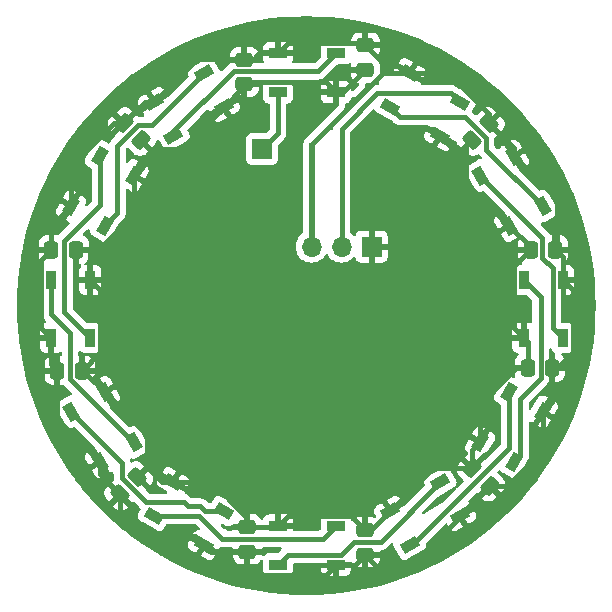
<source format=gbr>
%TF.GenerationSoftware,KiCad,Pcbnew,8.0.1*%
%TF.CreationDate,2024-04-17T14:33:53+02:00*%
%TF.ProjectId,WS2812-ring,57533238-3132-42d7-9269-6e672e6b6963,rev?*%
%TF.SameCoordinates,Original*%
%TF.FileFunction,Copper,L1,Top*%
%TF.FilePolarity,Positive*%
%FSLAX46Y46*%
G04 Gerber Fmt 4.6, Leading zero omitted, Abs format (unit mm)*
G04 Created by KiCad (PCBNEW 8.0.1) date 2024-04-17 14:33:53*
%MOMM*%
%LPD*%
G01*
G04 APERTURE LIST*
G04 Aperture macros list*
%AMRoundRect*
0 Rectangle with rounded corners*
0 $1 Rounding radius*
0 $2 $3 $4 $5 $6 $7 $8 $9 X,Y pos of 4 corners*
0 Add a 4 corners polygon primitive as box body*
4,1,4,$2,$3,$4,$5,$6,$7,$8,$9,$2,$3,0*
0 Add four circle primitives for the rounded corners*
1,1,$1+$1,$2,$3*
1,1,$1+$1,$4,$5*
1,1,$1+$1,$6,$7*
1,1,$1+$1,$8,$9*
0 Add four rect primitives between the rounded corners*
20,1,$1+$1,$2,$3,$4,$5,0*
20,1,$1+$1,$4,$5,$6,$7,0*
20,1,$1+$1,$6,$7,$8,$9,0*
20,1,$1+$1,$8,$9,$2,$3,0*%
%AMRotRect*
0 Rectangle, with rotation*
0 The origin of the aperture is its center*
0 $1 length*
0 $2 width*
0 $3 Rotation angle, in degrees counterclockwise*
0 Add horizontal line*
21,1,$1,$2,0,0,$3*%
G04 Aperture macros list end*
%TA.AperFunction,SMDPad,CuDef*%
%ADD10R,0.900000X1.500000*%
%TD*%
%TA.AperFunction,SMDPad,CuDef*%
%ADD11RoundRect,0.250000X-0.475000X0.337500X-0.475000X-0.337500X0.475000X-0.337500X0.475000X0.337500X0*%
%TD*%
%TA.AperFunction,SMDPad,CuDef*%
%ADD12R,1.500000X0.900000*%
%TD*%
%TA.AperFunction,SMDPad,CuDef*%
%ADD13RoundRect,0.250000X-0.097227X0.574524X-0.574524X0.097227X0.097227X-0.574524X0.574524X-0.097227X0*%
%TD*%
%TA.AperFunction,SMDPad,CuDef*%
%ADD14RotRect,1.500000X0.900000X60.000000*%
%TD*%
%TA.AperFunction,SMDPad,CuDef*%
%ADD15RotRect,1.500000X0.900000X300.000000*%
%TD*%
%TA.AperFunction,SMDPad,CuDef*%
%ADD16RoundRect,0.250000X0.475000X-0.337500X0.475000X0.337500X-0.475000X0.337500X-0.475000X-0.337500X0*%
%TD*%
%TA.AperFunction,SMDPad,CuDef*%
%ADD17RotRect,1.500000X0.900000X120.000000*%
%TD*%
%TA.AperFunction,SMDPad,CuDef*%
%ADD18RotRect,1.500000X0.900000X240.000000*%
%TD*%
%TA.AperFunction,SMDPad,CuDef*%
%ADD19RoundRect,0.250000X0.097227X-0.574524X0.574524X-0.097227X-0.097227X0.574524X-0.574524X0.097227X0*%
%TD*%
%TA.AperFunction,SMDPad,CuDef*%
%ADD20RotRect,1.500000X0.900000X30.000000*%
%TD*%
%TA.AperFunction,SMDPad,CuDef*%
%ADD21RoundRect,0.250000X0.337500X0.475000X-0.337500X0.475000X-0.337500X-0.475000X0.337500X-0.475000X0*%
%TD*%
%TA.AperFunction,SMDPad,CuDef*%
%ADD22RotRect,1.500000X0.900000X330.000000*%
%TD*%
%TA.AperFunction,SMDPad,CuDef*%
%ADD23RoundRect,0.250000X-0.574524X-0.097227X-0.097227X-0.574524X0.574524X0.097227X0.097227X0.574524X0*%
%TD*%
%TA.AperFunction,SMDPad,CuDef*%
%ADD24RotRect,1.500000X0.900000X150.000000*%
%TD*%
%TA.AperFunction,ComponentPad*%
%ADD25R,1.700000X1.700000*%
%TD*%
%TA.AperFunction,ComponentPad*%
%ADD26O,1.700000X1.700000*%
%TD*%
%TA.AperFunction,SMDPad,CuDef*%
%ADD27RoundRect,0.250000X-0.337500X-0.475000X0.337500X-0.475000X0.337500X0.475000X-0.337500X0.475000X0*%
%TD*%
%TA.AperFunction,SMDPad,CuDef*%
%ADD28RoundRect,0.250000X0.574524X0.097227X0.097227X0.574524X-0.574524X-0.097227X-0.097227X-0.574524X0*%
%TD*%
%TA.AperFunction,SMDPad,CuDef*%
%ADD29RotRect,1.500000X0.900000X210.000000*%
%TD*%
%TA.AperFunction,Conductor*%
%ADD30C,0.400000*%
%TD*%
G04 APERTURE END LIST*
D10*
%TO.P,D9,1,VDD*%
%TO.N,+5V*%
X118396800Y-91725500D03*
%TO.P,D9,2,DOUT*%
%TO.N,Net-(D10-DIN)*%
X121696800Y-91725500D03*
%TO.P,D9,3,VSS*%
%TO.N,GND*%
X121696800Y-86825500D03*
%TO.P,D9,4,DIN*%
%TO.N,Net-(D8-DOUT)*%
X118396800Y-86825500D03*
%TD*%
D11*
%TO.P,C11,1*%
%TO.N,+5V*%
X134750000Y-68175000D03*
%TO.P,C11,2*%
%TO.N,GND*%
X134750000Y-70250000D03*
%TD*%
D12*
%TO.P,D6,1,VDD*%
%TO.N,+5V*%
X142496800Y-110925500D03*
%TO.P,D6,2,DOUT*%
%TO.N,Net-(D6-DOUT)*%
X142496800Y-107625500D03*
%TO.P,D6,3,VSS*%
%TO.N,GND*%
X137596800Y-107625500D03*
%TO.P,D6,4,DIN*%
%TO.N,Net-(D5-DOUT)*%
X137596800Y-110925500D03*
%TD*%
D13*
%TO.P,C1,1*%
%TO.N,+5V*%
X155467223Y-73532777D03*
%TO.P,C1,2*%
%TO.N,GND*%
X153999977Y-75000023D03*
%TD*%
D14*
%TO.P,D10,1,VDD*%
%TO.N,+5V*%
X120072358Y-80572262D03*
%TO.P,D10,2,DOUT*%
%TO.N,Net-(D10-DOUT)*%
X122930242Y-82222262D03*
%TO.P,D10,3,VSS*%
%TO.N,GND*%
X125380242Y-77978738D03*
%TO.P,D10,4,DIN*%
%TO.N,Net-(D10-DIN)*%
X122522358Y-76328738D03*
%TD*%
D15*
%TO.P,D2,1,VDD*%
%TO.N,+5V*%
X157571242Y-76328738D03*
%TO.P,D2,2,DOUT*%
%TO.N,Net-(D2-DOUT)*%
X154713358Y-77978738D03*
%TO.P,D2,3,VSS*%
%TO.N,GND*%
X157163358Y-82222262D03*
%TO.P,D2,4,DIN*%
%TO.N,Net-(D1-DOUT)*%
X160021242Y-80572262D03*
%TD*%
D16*
%TO.P,C6,1*%
%TO.N,+5V*%
X135000000Y-109825000D03*
%TO.P,C6,2*%
%TO.N,GND*%
X135000000Y-107750000D03*
%TD*%
D17*
%TO.P,D8,1,VDD*%
%TO.N,+5V*%
X122522358Y-102222262D03*
%TO.P,D8,2,DOUT*%
%TO.N,Net-(D8-DOUT)*%
X125380242Y-100572262D03*
%TO.P,D8,3,VSS*%
%TO.N,GND*%
X122930242Y-96328738D03*
%TO.P,D8,4,DIN*%
%TO.N,Net-(D7-DOUT)*%
X120072358Y-97978738D03*
%TD*%
D18*
%TO.P,D4,1,VDD*%
%TO.N,+5V*%
X160021242Y-97978738D03*
%TO.P,D4,2,DOUT*%
%TO.N,Net-(D4-DOUT)*%
X157163358Y-96328738D03*
%TO.P,D4,3,VSS*%
%TO.N,GND*%
X154713358Y-100572262D03*
%TO.P,D4,4,DIN*%
%TO.N,Net-(D3-DOUT)*%
X157571242Y-102222262D03*
%TD*%
D16*
%TO.P,C5,1*%
%TO.N,+5V*%
X145000000Y-110075000D03*
%TO.P,C5,2*%
%TO.N,GND*%
X145000000Y-108000000D03*
%TD*%
D19*
%TO.P,C7,1*%
%TO.N,+5V*%
X124228877Y-104983623D03*
%TO.P,C7,2*%
%TO.N,GND*%
X125696123Y-103516377D03*
%TD*%
D20*
%TO.P,D11,1,VDD*%
%TO.N,+5V*%
X127100038Y-71751058D03*
%TO.P,D11,2,DOUT*%
%TO.N,Net-(D11-DOUT)*%
X128750038Y-74608942D03*
%TO.P,D11,3,VSS*%
%TO.N,GND*%
X132993562Y-72158942D03*
%TO.P,D11,4,DIN*%
%TO.N,Net-(D10-DOUT)*%
X131343562Y-69301058D03*
%TD*%
D21*
%TO.P,C2,1*%
%TO.N,+5V*%
X161075000Y-84250000D03*
%TO.P,C2,2*%
%TO.N,GND*%
X159000000Y-84250000D03*
%TD*%
D22*
%TO.P,D1,1,VDD*%
%TO.N,+5V*%
X148750038Y-69301058D03*
%TO.P,D1,2,DOUT*%
%TO.N,Net-(D1-DOUT)*%
X147100038Y-72158942D03*
%TO.P,D1,3,VSS*%
%TO.N,GND*%
X151343562Y-74608942D03*
%TO.P,D1,4,DIN*%
%TO.N,Net-(D1-DIN)*%
X152993562Y-71751058D03*
%TD*%
D10*
%TO.P,D3,1,VDD*%
%TO.N,+5V*%
X161696800Y-86825500D03*
%TO.P,D3,2,DOUT*%
%TO.N,Net-(D3-DOUT)*%
X158396800Y-86825500D03*
%TO.P,D3,3,VSS*%
%TO.N,GND*%
X158396800Y-91725500D03*
%TO.P,D3,4,DIN*%
%TO.N,Net-(D2-DOUT)*%
X161696800Y-91725500D03*
%TD*%
D23*
%TO.P,C10,1*%
%TO.N,+5V*%
X124532777Y-73532777D03*
%TO.P,C10,2*%
%TO.N,GND*%
X126000023Y-75000023D03*
%TD*%
D12*
%TO.P,D12,1,VDD*%
%TO.N,+5V*%
X137596800Y-67625500D03*
%TO.P,D12,2,DOUT*%
%TO.N,Net-(D12-DOUT)*%
X137596800Y-70925500D03*
%TO.P,D12,3,VSS*%
%TO.N,GND*%
X142496800Y-70925500D03*
%TO.P,D12,4,DIN*%
%TO.N,Net-(D11-DOUT)*%
X142496800Y-67625500D03*
%TD*%
D21*
%TO.P,C3,1*%
%TO.N,+5V*%
X160825000Y-94250000D03*
%TO.P,C3,2*%
%TO.N,GND*%
X158750000Y-94250000D03*
%TD*%
D11*
%TO.P,C12,1*%
%TO.N,+5V*%
X145000000Y-66962500D03*
%TO.P,C12,2*%
%TO.N,GND*%
X145000000Y-69037500D03*
%TD*%
D24*
%TO.P,D7,1,VDD*%
%TO.N,+5V*%
X131343562Y-109250042D03*
%TO.P,D7,2,DOUT*%
%TO.N,Net-(D7-DOUT)*%
X132993562Y-106392158D03*
%TO.P,D7,3,VSS*%
%TO.N,GND*%
X128750038Y-103942158D03*
%TO.P,D7,4,DIN*%
%TO.N,Net-(D6-DOUT)*%
X127100038Y-106800042D03*
%TD*%
D25*
%TO.P,J1,1,Pin_1*%
%TO.N,GND*%
X145525000Y-84000000D03*
D26*
%TO.P,J1,2,Pin_2*%
%TO.N,Net-(D1-DIN)*%
X142985000Y-84000000D03*
%TO.P,J1,3,Pin_3*%
%TO.N,+5V*%
X140445000Y-84000000D03*
%TD*%
D27*
%TO.P,C8,1*%
%TO.N,+5V*%
X118925000Y-94500000D03*
%TO.P,C8,2*%
%TO.N,GND*%
X121000000Y-94500000D03*
%TD*%
D28*
%TO.P,C4,1*%
%TO.N,+5V*%
X155521123Y-104233623D03*
%TO.P,C4,2*%
%TO.N,GND*%
X154053877Y-102766377D03*
%TD*%
D25*
%TO.P,J2,1,Pin_1*%
%TO.N,Net-(D12-DOUT)*%
X136250000Y-75750000D03*
%TD*%
D27*
%TO.P,C9,1*%
%TO.N,+5V*%
X118425000Y-84250000D03*
%TO.P,C9,2*%
%TO.N,GND*%
X120500000Y-84250000D03*
%TD*%
D29*
%TO.P,D5,1,VDD*%
%TO.N,+5V*%
X152993562Y-106800042D03*
%TO.P,D5,2,DOUT*%
%TO.N,Net-(D5-DOUT)*%
X151343562Y-103942158D03*
%TO.P,D5,3,VSS*%
%TO.N,GND*%
X147100038Y-106392158D03*
%TO.P,D5,4,DIN*%
%TO.N,Net-(D4-DOUT)*%
X148750038Y-109250042D03*
%TD*%
D30*
%TO.N,GND*%
X138446800Y-106775500D02*
X143775500Y-106775500D01*
X134924500Y-70075500D02*
X134750000Y-70250000D01*
X135000000Y-107750000D02*
X137472300Y-107750000D01*
X158972300Y-84250000D02*
X159000000Y-84250000D01*
X154053877Y-102766377D02*
X154053877Y-101231743D01*
X147000000Y-74000000D02*
X150734620Y-74000000D01*
X142496800Y-70925500D02*
X141646800Y-70075500D01*
X137596800Y-107625500D02*
X138446800Y-106775500D01*
X152734620Y-76000000D02*
X153548647Y-76000000D01*
X122546800Y-87675500D02*
X122546800Y-92953200D01*
X157546800Y-90875500D02*
X157546800Y-85675500D01*
X151343562Y-74608942D02*
X152734620Y-76000000D01*
X122357420Y-84250000D02*
X125380242Y-81227178D01*
X145000000Y-108000000D02*
X145492196Y-108000000D01*
X129378851Y-75773653D02*
X126773653Y-75773653D01*
X127819564Y-103942158D02*
X126544953Y-102667547D01*
X122000000Y-84250000D02*
X122357420Y-84250000D01*
X157163358Y-82222262D02*
X153548647Y-78607551D01*
X154713358Y-97323822D02*
X157787180Y-94250000D01*
X125380242Y-77978738D02*
X126773653Y-76585327D01*
X121000000Y-94500000D02*
X121101504Y-94500000D01*
X159000000Y-84250000D02*
X159000000Y-84058904D01*
X125380242Y-81227178D02*
X125380242Y-77978738D01*
X147100038Y-106392158D02*
X150725819Y-102766377D01*
X158750000Y-94250000D02*
X158750000Y-92078700D01*
X128750038Y-103942158D02*
X131998478Y-103942158D01*
X143775500Y-106775500D02*
X145000000Y-108000000D01*
X145525000Y-84000000D02*
X145525000Y-75475000D01*
X142496800Y-70925500D02*
X143112000Y-70925500D01*
X143112000Y-70925500D02*
X145000000Y-69037500D01*
X158750000Y-92078700D02*
X158396800Y-91725500D01*
X126544953Y-102667547D02*
X125696123Y-103516377D01*
X157787180Y-94250000D02*
X158750000Y-94250000D01*
X122930242Y-96328738D02*
X126544953Y-99943449D01*
X134750000Y-70402504D02*
X132993562Y-72158942D01*
X121696800Y-86825500D02*
X122546800Y-87675500D01*
X137472300Y-107750000D02*
X137596800Y-107625500D01*
X153548647Y-76814027D02*
X153548647Y-78607551D01*
X132993562Y-72158942D02*
X129378851Y-75773653D01*
X135000000Y-106943680D02*
X135000000Y-107750000D01*
X159000000Y-84058904D02*
X157163358Y-82222262D01*
X153548647Y-75451353D02*
X153999977Y-75000023D01*
X150734620Y-74000000D02*
X153548647Y-76814027D01*
X153548647Y-78607551D02*
X153548647Y-76000000D01*
X121101504Y-94500000D02*
X122930242Y-96328738D01*
X154713358Y-100572262D02*
X154713358Y-97323822D01*
X131998478Y-103942158D02*
X135000000Y-106943680D01*
X121696800Y-84553200D02*
X122000000Y-84250000D01*
X122546800Y-92953200D02*
X121000000Y-94500000D01*
X126773653Y-75773653D02*
X126000023Y-75000023D01*
X157546800Y-85675500D02*
X158972300Y-84250000D01*
X145525000Y-75475000D02*
X147000000Y-74000000D01*
X126773653Y-76585327D02*
X126773653Y-75773653D01*
X134750000Y-70250000D02*
X134750000Y-70402504D01*
X120500000Y-84250000D02*
X122000000Y-84250000D01*
X153548647Y-76000000D02*
X153548647Y-75451353D01*
X126544953Y-99943449D02*
X126544953Y-102667547D01*
X154053877Y-101231743D02*
X154713358Y-100572262D01*
X150725819Y-102766377D02*
X154053877Y-102766377D01*
X128750038Y-103942158D02*
X127819564Y-103942158D01*
X141646800Y-70075500D02*
X134924500Y-70075500D01*
X121696800Y-86825500D02*
X121696800Y-84553200D01*
X145492196Y-108000000D02*
X147100038Y-106392158D01*
X158396800Y-91725500D02*
X157546800Y-90875500D01*
%TO.N,+5V*%
X118425000Y-84250000D02*
X118425000Y-82219620D01*
X161185953Y-84139047D02*
X161075000Y-84250000D01*
X118425000Y-84250000D02*
X117546800Y-85128200D01*
X140445000Y-75331166D02*
X146475108Y-69301058D01*
X122522358Y-103277104D02*
X124228877Y-104983623D01*
X127100038Y-71751058D02*
X130714749Y-68136347D01*
X124228877Y-107228877D02*
X124228877Y-104983623D01*
X152993562Y-106800042D02*
X152993562Y-106868682D01*
X126314496Y-71751058D02*
X127100038Y-71751058D01*
X157571242Y-75636796D02*
X157571242Y-76328738D01*
X135450500Y-68175000D02*
X136000000Y-67625500D01*
X161696800Y-84871800D02*
X161696800Y-86825500D01*
X145000000Y-110075000D02*
X144149500Y-110925500D01*
X151998478Y-69301058D02*
X155467223Y-72769803D01*
X125467163Y-108467163D02*
X124228877Y-107228877D01*
X161185953Y-79943449D02*
X161185953Y-84139047D01*
X130560683Y-108467163D02*
X125467163Y-108467163D01*
X145000000Y-66962500D02*
X146475108Y-68437608D01*
X137596800Y-67625500D02*
X138446800Y-66775500D01*
X162546800Y-87675500D02*
X162546800Y-92890700D01*
X123722695Y-73532777D02*
X124532777Y-73532777D01*
X130714749Y-68136347D02*
X134711347Y-68136347D01*
X155467223Y-72769803D02*
X155467223Y-73532777D01*
X146475108Y-68437608D02*
X146475108Y-69301058D01*
X118907647Y-94517353D02*
X118907647Y-98607551D01*
X155521123Y-104233623D02*
X157014797Y-104233623D01*
X131918520Y-109825000D02*
X131343562Y-109250042D01*
X131343562Y-109250042D02*
X130560683Y-108467163D01*
X161075000Y-84250000D02*
X161696800Y-84871800D01*
X157014797Y-104233623D02*
X160021242Y-101227178D01*
X124532777Y-73532777D02*
X126314496Y-71751058D01*
X117546800Y-90875500D02*
X118396800Y-91725500D01*
X118425000Y-82219620D02*
X120072358Y-80572262D01*
X142496800Y-110925500D02*
X141646800Y-111775500D01*
X134750000Y-68175000D02*
X135450500Y-68175000D01*
X148862244Y-111000000D02*
X145925000Y-111000000D01*
X157571242Y-76328738D02*
X161185953Y-79943449D01*
X118907647Y-98607551D02*
X122522358Y-102222262D01*
X146475108Y-69301058D02*
X148750038Y-69301058D01*
X161696800Y-86825500D02*
X162546800Y-87675500D01*
X161187500Y-94250000D02*
X160825000Y-94250000D01*
X152993562Y-106800042D02*
X152993562Y-106761184D01*
X144813000Y-66775500D02*
X145000000Y-66962500D01*
X117546800Y-85128200D02*
X117546800Y-90875500D01*
X138446800Y-66775500D02*
X144813000Y-66775500D01*
X141646800Y-111775500D02*
X135775500Y-111775500D01*
X135000000Y-109825000D02*
X131918520Y-109825000D01*
X140445000Y-84000000D02*
X140445000Y-75331166D01*
X144149500Y-110925500D02*
X142496800Y-110925500D01*
X162546800Y-92890700D02*
X161187500Y-94250000D01*
X134711347Y-68136347D02*
X134750000Y-68175000D01*
X148750038Y-69301058D02*
X151998478Y-69301058D01*
X160825000Y-97174980D02*
X160825000Y-94250000D01*
X118925000Y-94500000D02*
X118907647Y-94517353D01*
X118396800Y-91725500D02*
X118396800Y-93971800D01*
X160021242Y-97978738D02*
X160825000Y-97174980D01*
X136000000Y-67625500D02*
X137596800Y-67625500D01*
X120072358Y-80572262D02*
X120072358Y-77183114D01*
X135000000Y-111000000D02*
X135000000Y-109825000D01*
X118396800Y-93971800D02*
X118925000Y-94500000D01*
X152993562Y-106761184D02*
X155521123Y-104233623D01*
X155467223Y-73532777D02*
X157571242Y-75636796D01*
X122522358Y-102222262D02*
X122522358Y-103277104D01*
X160021242Y-101227178D02*
X160021242Y-97978738D01*
X152993562Y-106868682D02*
X148862244Y-111000000D01*
X145925000Y-111000000D02*
X145000000Y-110075000D01*
X120072358Y-77183114D02*
X123722695Y-73532777D01*
X135775500Y-111775500D02*
X135000000Y-111000000D01*
%TO.N,Net-(D1-DOUT)*%
X153396492Y-73000000D02*
X147941096Y-73000000D01*
X147941096Y-73000000D02*
X147100038Y-72158942D01*
X160021242Y-80572262D02*
X155229399Y-75780419D01*
X155229399Y-74832907D02*
X153396492Y-73000000D01*
X155229399Y-75780419D02*
X155229399Y-74832907D01*
%TO.N,Net-(D1-DIN)*%
X152993562Y-71751058D02*
X152236735Y-70994231D01*
X146005769Y-70994231D02*
X142985000Y-74015000D01*
X152236735Y-70994231D02*
X146005769Y-70994231D01*
X142985000Y-74015000D02*
X142985000Y-84000000D01*
%TO.N,Net-(D2-DOUT)*%
X159987500Y-84987500D02*
X159987500Y-83252880D01*
X159987500Y-83252880D02*
X154713358Y-77978738D01*
X160846800Y-90875500D02*
X160846800Y-85846800D01*
X161696800Y-91725500D02*
X160846800Y-90875500D01*
X160846800Y-85846800D02*
X159987500Y-84987500D01*
%TO.N,Net-(D3-DOUT)*%
X159837500Y-95162500D02*
X159837500Y-88266200D01*
X158120280Y-101673224D02*
X158120280Y-96879720D01*
X159837500Y-88266200D02*
X158396800Y-86825500D01*
X158120280Y-96879720D02*
X159837500Y-95162500D01*
X157571242Y-102222262D02*
X158120280Y-101673224D01*
%TO.N,Net-(D4-DOUT)*%
X148966750Y-109250042D02*
X157163358Y-101053434D01*
X148750038Y-109250042D02*
X148966750Y-109250042D01*
X157163358Y-101053434D02*
X157163358Y-96328738D01*
%TO.N,Net-(D5-DOUT)*%
X138446800Y-110075500D02*
X142924500Y-110075500D01*
X144012500Y-108987500D02*
X146298220Y-108987500D01*
X137596800Y-110925500D02*
X138446800Y-110075500D01*
X142924500Y-110075500D02*
X144012500Y-108987500D01*
X146298220Y-108987500D02*
X151343562Y-103942158D01*
%TO.N,Net-(D6-DOUT)*%
X130951514Y-106800042D02*
X132888972Y-108737500D01*
X141384800Y-108737500D02*
X142496800Y-107625500D01*
X127100038Y-106800042D02*
X130951514Y-106800042D01*
X132888972Y-108737500D02*
X141384800Y-108737500D01*
%TO.N,Net-(D7-DOUT)*%
X126418539Y-105635331D02*
X129635331Y-105635331D01*
X124380575Y-102286955D02*
X124380575Y-103597367D01*
X124380575Y-103597367D02*
X126418539Y-105635331D01*
X131000000Y-106000000D02*
X131392158Y-106392158D01*
X129635331Y-105635331D02*
X130000000Y-106000000D01*
X130000000Y-106000000D02*
X131000000Y-106000000D01*
X131392158Y-106392158D02*
X132993562Y-106392158D01*
X120072358Y-97978738D02*
X124380575Y-102286955D01*
%TO.N,Net-(D8-DOUT)*%
X120000000Y-91328700D02*
X120000000Y-95238666D01*
X118396800Y-86825500D02*
X118396800Y-89725500D01*
X125333596Y-100572262D02*
X125380242Y-100572262D01*
X118396800Y-89725500D02*
X120000000Y-91328700D01*
X120000000Y-95238666D02*
X125333596Y-100572262D01*
%TO.N,Net-(D10-DIN)*%
X122522358Y-76328738D02*
X122522358Y-80488976D01*
X119512500Y-83498834D02*
X119512500Y-89541200D01*
X119512500Y-89541200D02*
X121696800Y-91725500D01*
X122522358Y-80488976D02*
X119512500Y-83498834D01*
%TO.N,Net-(D10-DOUT)*%
X131343562Y-69301058D02*
X126944727Y-73699893D01*
X124000000Y-81152504D02*
X122930242Y-82222262D01*
X126944727Y-73699893D02*
X125762199Y-73699893D01*
X125762199Y-73699893D02*
X124000000Y-75462092D01*
X124000000Y-75462092D02*
X124000000Y-81152504D01*
%TO.N,Net-(D11-DOUT)*%
X133837500Y-69162500D02*
X128750038Y-74249962D01*
X140959800Y-69162500D02*
X133837500Y-69162500D01*
X128750038Y-74249962D02*
X128750038Y-74608942D01*
X142496800Y-67625500D02*
X140959800Y-69162500D01*
%TO.N,Net-(D12-DOUT)*%
X137596800Y-70925500D02*
X137596800Y-74403200D01*
X137596800Y-74403200D02*
X136250000Y-75750000D01*
%TD*%
%TA.AperFunction,Conductor*%
%TO.N,+5V*%
G36*
X146070286Y-69943495D02*
G01*
X146126245Y-69985331D01*
X146150703Y-70050780D01*
X146149763Y-70077347D01*
X146149361Y-70080142D01*
X146149361Y-70080147D01*
X146149361Y-70080148D01*
X146149361Y-70142562D01*
X146149362Y-70169730D01*
X146129678Y-70236769D01*
X146076875Y-70282525D01*
X146025362Y-70293731D01*
X145936772Y-70293731D01*
X145828359Y-70315296D01*
X145828358Y-70315296D01*
X145814900Y-70317973D01*
X145801442Y-70320650D01*
X145775037Y-70331587D01*
X145748635Y-70342523D01*
X145748633Y-70342524D01*
X145748632Y-70342523D01*
X145673960Y-70373454D01*
X145592886Y-70427626D01*
X145592885Y-70427628D01*
X145560100Y-70449533D01*
X145559220Y-70450122D01*
X142440888Y-73568453D01*
X142440887Y-73568454D01*
X142364223Y-73683192D01*
X142311421Y-73810668D01*
X142311420Y-73810672D01*
X142298204Y-73877115D01*
X142293636Y-73900079D01*
X142284500Y-73946005D01*
X142284500Y-74032684D01*
X142264815Y-74099723D01*
X142212011Y-74145478D01*
X142169346Y-74156368D01*
X142026689Y-74166571D01*
X141891885Y-74216851D01*
X141830560Y-74250336D01*
X141715378Y-74336561D01*
X141715366Y-74336571D01*
X140824392Y-75227546D01*
X140824355Y-75227585D01*
X140788228Y-75267803D01*
X140788218Y-75267815D01*
X140771576Y-75288466D01*
X140739933Y-75332348D01*
X140680163Y-75463222D01*
X140660476Y-75530267D01*
X140640000Y-75672686D01*
X140640000Y-82777284D01*
X140649516Y-82874906D01*
X140649518Y-82874920D01*
X140658768Y-82921910D01*
X140658775Y-82921937D01*
X140689107Y-83023012D01*
X140687354Y-83023537D01*
X140695000Y-83060165D01*
X140695000Y-83566988D01*
X140637993Y-83534075D01*
X140510826Y-83500000D01*
X140379174Y-83500000D01*
X140252007Y-83534075D01*
X140195000Y-83566988D01*
X140195000Y-83046211D01*
X140206207Y-82994697D01*
X140209838Y-82986747D01*
X140229523Y-82919708D01*
X140229524Y-82919704D01*
X140250000Y-82777288D01*
X140250000Y-75324172D01*
X140252381Y-75299988D01*
X140252967Y-75297039D01*
X140255109Y-75286268D01*
X140262164Y-75263010D01*
X140267522Y-75250074D01*
X140278972Y-75228651D01*
X140286756Y-75217002D01*
X140302167Y-75198223D01*
X143098165Y-72402228D01*
X143165973Y-72318085D01*
X143194474Y-72273738D01*
X143242853Y-72177089D01*
X143270221Y-72051278D01*
X143273434Y-72036508D01*
X143273434Y-72036505D01*
X143273436Y-72036497D01*
X143277799Y-71975484D01*
X143302215Y-71910021D01*
X143358146Y-71868149D01*
X143489131Y-71819296D01*
X143604346Y-71733046D01*
X143690596Y-71617831D01*
X143740891Y-71482983D01*
X143741699Y-71475467D01*
X143768436Y-71410918D01*
X143825828Y-71371070D01*
X143856754Y-71366058D01*
X143856682Y-71365040D01*
X143869304Y-71364137D01*
X144004610Y-71354460D01*
X144139419Y-71304178D01*
X144200742Y-71270693D01*
X144315924Y-71184469D01*
X144816239Y-70684153D01*
X144898728Y-70575689D01*
X144931356Y-70518037D01*
X144934189Y-70510942D01*
X144981875Y-70391482D01*
X144981875Y-70391480D01*
X144981878Y-70391474D01*
X144996499Y-70248338D01*
X144996498Y-70248325D01*
X144996578Y-70245728D01*
X144996850Y-70244893D01*
X144996949Y-70243932D01*
X144997158Y-70243953D01*
X145018292Y-70179318D01*
X145072463Y-70135190D01*
X145120521Y-70125499D01*
X145525002Y-70125499D01*
X145525008Y-70125499D01*
X145627797Y-70114999D01*
X145794334Y-70059814D01*
X145943656Y-69967712D01*
X145943662Y-69967705D01*
X145949319Y-69963234D01*
X145951173Y-69965578D01*
X146000591Y-69938554D01*
X146070286Y-69943495D01*
G37*
%TD.AperFunction*%
%TA.AperFunction,Conductor*%
G36*
X140984027Y-64520319D02*
G01*
X140988954Y-64520517D01*
X141968919Y-64579794D01*
X141973860Y-64580193D01*
X142950617Y-64678879D01*
X142955551Y-64679478D01*
X143927534Y-64817412D01*
X143932431Y-64818208D01*
X144898078Y-64995170D01*
X144902963Y-64996167D01*
X145860684Y-65211863D01*
X145865511Y-65213053D01*
X146813819Y-65467152D01*
X146818568Y-65468528D01*
X147755844Y-65760594D01*
X147760506Y-65762150D01*
X148685317Y-66091741D01*
X148689942Y-66093496D01*
X149600690Y-66460040D01*
X149605229Y-66461973D01*
X150402334Y-66820721D01*
X150500476Y-66864891D01*
X150504979Y-66867028D01*
X151383264Y-67305661D01*
X151387664Y-67307970D01*
X152247571Y-67781611D01*
X152251876Y-67784096D01*
X153092031Y-68291986D01*
X153096200Y-68294623D01*
X153915219Y-68835930D01*
X153919320Y-68838760D01*
X154715881Y-69412608D01*
X154719834Y-69415579D01*
X155387362Y-69938554D01*
X155492642Y-70021036D01*
X155496510Y-70024195D01*
X156244250Y-70660225D01*
X156247989Y-70663536D01*
X156969580Y-71329222D01*
X156973181Y-71332682D01*
X157667317Y-72026818D01*
X157670777Y-72030419D01*
X158336463Y-72752010D01*
X158339774Y-72755749D01*
X158975804Y-73503489D01*
X158978963Y-73507357D01*
X159216596Y-73810672D01*
X159561052Y-74250338D01*
X159584405Y-74280145D01*
X159587396Y-74284126D01*
X159861352Y-74664405D01*
X160161232Y-75080670D01*
X160164069Y-75084780D01*
X160606418Y-75754071D01*
X160705360Y-75903773D01*
X160708021Y-75907982D01*
X161017693Y-76420243D01*
X161215897Y-76748113D01*
X161218394Y-76752438D01*
X161692023Y-77612324D01*
X161694344Y-77616746D01*
X162132967Y-78495011D01*
X162135108Y-78499523D01*
X162480255Y-79266409D01*
X162538014Y-79394743D01*
X162539971Y-79399337D01*
X162906498Y-80310043D01*
X162908267Y-80314709D01*
X163197945Y-81127524D01*
X163237834Y-81239448D01*
X163239415Y-81244186D01*
X163531464Y-82181408D01*
X163532854Y-82186204D01*
X163786943Y-83134477D01*
X163788138Y-83139326D01*
X164003831Y-84097032D01*
X164004830Y-84101925D01*
X164181788Y-85067551D01*
X164182589Y-85072481D01*
X164320519Y-86044436D01*
X164321121Y-86049393D01*
X164419804Y-87026120D01*
X164420206Y-87031098D01*
X164479480Y-88011014D01*
X164479681Y-88016004D01*
X164499449Y-88997503D01*
X164499449Y-89002497D01*
X164479681Y-89983995D01*
X164479480Y-89988985D01*
X164420206Y-90968901D01*
X164419804Y-90973879D01*
X164321121Y-91950606D01*
X164320519Y-91955563D01*
X164182589Y-92927518D01*
X164181788Y-92932448D01*
X164004830Y-93898074D01*
X164003831Y-93902967D01*
X163788138Y-94860673D01*
X163786943Y-94865522D01*
X163532854Y-95813795D01*
X163531464Y-95818591D01*
X163239415Y-96755813D01*
X163237834Y-96760551D01*
X162908269Y-97685287D01*
X162906498Y-97689956D01*
X162539971Y-98600662D01*
X162538014Y-98605256D01*
X162135108Y-99500476D01*
X162132967Y-99504988D01*
X161694344Y-100383253D01*
X161692023Y-100387675D01*
X161218394Y-101247561D01*
X161215897Y-101251886D01*
X160708029Y-102092005D01*
X160705360Y-102096226D01*
X160164069Y-102915219D01*
X160161232Y-102919329D01*
X159587405Y-103715862D01*
X159584405Y-103719854D01*
X158978963Y-104492642D01*
X158975804Y-104496510D01*
X158339774Y-105244250D01*
X158336463Y-105247989D01*
X157670777Y-105969580D01*
X157667317Y-105973181D01*
X156973181Y-106667317D01*
X156969580Y-106670777D01*
X156247989Y-107336463D01*
X156244250Y-107339774D01*
X155496510Y-107975804D01*
X155492642Y-107978963D01*
X154719854Y-108584405D01*
X154715862Y-108587405D01*
X153919329Y-109161232D01*
X153915219Y-109164069D01*
X153096226Y-109705360D01*
X153092005Y-109708029D01*
X152251886Y-110215897D01*
X152247561Y-110218394D01*
X151387675Y-110692023D01*
X151383253Y-110694344D01*
X150504988Y-111132967D01*
X150500476Y-111135108D01*
X149605256Y-111538014D01*
X149600662Y-111539971D01*
X148689956Y-111906498D01*
X148685287Y-111908269D01*
X147760551Y-112237834D01*
X147755813Y-112239415D01*
X146818591Y-112531464D01*
X146813795Y-112532854D01*
X145865522Y-112786943D01*
X145860673Y-112788138D01*
X144902967Y-113003831D01*
X144898074Y-113004830D01*
X143932448Y-113181788D01*
X143927518Y-113182589D01*
X142955563Y-113320519D01*
X142950606Y-113321121D01*
X141973879Y-113419804D01*
X141968901Y-113420206D01*
X140988985Y-113479480D01*
X140983995Y-113479681D01*
X140002497Y-113499449D01*
X139997503Y-113499449D01*
X139016004Y-113479681D01*
X139011014Y-113479480D01*
X138031098Y-113420206D01*
X138026120Y-113419804D01*
X137049393Y-113321121D01*
X137044436Y-113320519D01*
X136072481Y-113182589D01*
X136067551Y-113181788D01*
X135101925Y-113004830D01*
X135097032Y-113003831D01*
X134139326Y-112788138D01*
X134134477Y-112786943D01*
X133186204Y-112532854D01*
X133181408Y-112531464D01*
X132244186Y-112239415D01*
X132239464Y-112237839D01*
X131314709Y-111908267D01*
X131310043Y-111906498D01*
X130399337Y-111539971D01*
X130394743Y-111538014D01*
X129499523Y-111135108D01*
X129495011Y-111132967D01*
X128616746Y-110694344D01*
X128612324Y-110692023D01*
X127752438Y-110218394D01*
X127748113Y-110215897D01*
X127718121Y-110197766D01*
X131085068Y-110197766D01*
X131559503Y-110471681D01*
X131614276Y-110495911D01*
X131756058Y-110519752D01*
X131756060Y-110519753D01*
X131898823Y-110502682D01*
X131898824Y-110502682D01*
X132030990Y-110446085D01*
X132141863Y-110354540D01*
X132177178Y-110306176D01*
X132301093Y-110091546D01*
X132272434Y-110075000D01*
X133775001Y-110075000D01*
X133775001Y-110212486D01*
X133785494Y-110315197D01*
X133840641Y-110481619D01*
X133840643Y-110481624D01*
X133932684Y-110630845D01*
X134056654Y-110754815D01*
X134205875Y-110846856D01*
X134205880Y-110846858D01*
X134372302Y-110902005D01*
X134372309Y-110902006D01*
X134475019Y-110912499D01*
X134749999Y-110912499D01*
X134750000Y-110912498D01*
X134750000Y-110075000D01*
X133775001Y-110075000D01*
X132272434Y-110075000D01*
X131435068Y-109591547D01*
X131435067Y-109591547D01*
X131085068Y-110197765D01*
X131085068Y-110197766D01*
X127718121Y-110197766D01*
X127349621Y-109975001D01*
X126907982Y-109708021D01*
X126903786Y-109705368D01*
X126218929Y-109252731D01*
X129964042Y-109252731D01*
X129981114Y-109395495D01*
X129981115Y-109395500D01*
X130037709Y-109527661D01*
X130129252Y-109638532D01*
X130129255Y-109638534D01*
X130177615Y-109673846D01*
X130177629Y-109673856D01*
X130652055Y-109947765D01*
X130652056Y-109947765D01*
X131002055Y-109341548D01*
X131002055Y-109341547D01*
X130136030Y-108841548D01*
X130136029Y-108841548D01*
X130012119Y-109056166D01*
X129987886Y-109110946D01*
X129964043Y-109252730D01*
X129964042Y-109252731D01*
X126218929Y-109252731D01*
X126084780Y-109164069D01*
X126080670Y-109161232D01*
X125741232Y-108916699D01*
X125284126Y-108587396D01*
X125280157Y-108584414D01*
X124623885Y-108070257D01*
X124507357Y-107978963D01*
X124503489Y-107975804D01*
X123755749Y-107339774D01*
X123752010Y-107336463D01*
X123030419Y-106670777D01*
X123026818Y-106667317D01*
X122332682Y-105973181D01*
X122329222Y-105969580D01*
X122292134Y-105929377D01*
X123636676Y-105929377D01*
X123831107Y-106123808D01*
X123831128Y-106123827D01*
X123911159Y-106189023D01*
X123911172Y-106189032D01*
X124067839Y-106267713D01*
X124238444Y-106308148D01*
X124413764Y-106308148D01*
X124584368Y-106267713D01*
X124741044Y-106189028D01*
X124821088Y-106123822D01*
X124821094Y-106123817D01*
X124918305Y-106026604D01*
X124918305Y-106026603D01*
X124228878Y-105337176D01*
X124228877Y-105337176D01*
X123636676Y-105929377D01*
X122292134Y-105929377D01*
X121663536Y-105247989D01*
X121660225Y-105244250D01*
X121430397Y-104974056D01*
X122904352Y-104974056D01*
X122944786Y-105144660D01*
X123023467Y-105301327D01*
X123023472Y-105301334D01*
X123088674Y-105381376D01*
X123088688Y-105381391D01*
X123283121Y-105575824D01*
X123875324Y-104983623D01*
X123185895Y-104294194D01*
X123088682Y-104391408D01*
X123088672Y-104391419D01*
X123023476Y-104471450D01*
X123023467Y-104471463D01*
X122944786Y-104628131D01*
X122904352Y-104798735D01*
X122904352Y-104974056D01*
X121430397Y-104974056D01*
X121024195Y-104496510D01*
X121021036Y-104492642D01*
X120810612Y-104224056D01*
X120415579Y-103719834D01*
X120412608Y-103715881D01*
X119838760Y-102919320D01*
X119835930Y-102915219D01*
X119834970Y-102913767D01*
X121824633Y-102913767D01*
X122098543Y-103388194D01*
X122098553Y-103388208D01*
X122133865Y-103436568D01*
X122133867Y-103436571D01*
X122244738Y-103528114D01*
X122376899Y-103584708D01*
X122376904Y-103584709D01*
X122519668Y-103601781D01*
X122519669Y-103601780D01*
X122661453Y-103577937D01*
X122716233Y-103553704D01*
X122930850Y-103429793D01*
X122930850Y-103429792D01*
X122430851Y-102563767D01*
X122430850Y-102563767D01*
X121824633Y-102913766D01*
X121824633Y-102913767D01*
X119834970Y-102913767D01*
X119294623Y-102096200D01*
X119291986Y-102092031D01*
X119121350Y-101809763D01*
X121252646Y-101809763D01*
X121252647Y-101809765D01*
X121276488Y-101951547D01*
X121300722Y-102006327D01*
X121300721Y-102006327D01*
X121574632Y-102480754D01*
X121574633Y-102480754D01*
X122180851Y-102130755D01*
X122180851Y-102130754D01*
X121680852Y-101264729D01*
X121680851Y-101264729D01*
X121466220Y-101388647D01*
X121417859Y-101423960D01*
X121326314Y-101534833D01*
X121269717Y-101666999D01*
X121269717Y-101667000D01*
X121252646Y-101809763D01*
X119121350Y-101809763D01*
X118784096Y-101251876D01*
X118781605Y-101247561D01*
X118307976Y-100387675D01*
X118305655Y-100383253D01*
X117867032Y-99504988D01*
X117864891Y-99500476D01*
X117461973Y-98605229D01*
X117460040Y-98600690D01*
X117093496Y-97689942D01*
X117091741Y-97685317D01*
X116762150Y-96760506D01*
X116760594Y-96755844D01*
X116468528Y-95818568D01*
X116467152Y-95813819D01*
X116213053Y-94865511D01*
X116211861Y-94860673D01*
X116186935Y-94750000D01*
X117837501Y-94750000D01*
X117837501Y-95024986D01*
X117847994Y-95127697D01*
X117903141Y-95294119D01*
X117903143Y-95294124D01*
X117995184Y-95443345D01*
X118119154Y-95567315D01*
X118268375Y-95659356D01*
X118268380Y-95659358D01*
X118434802Y-95714505D01*
X118434809Y-95714506D01*
X118537519Y-95724999D01*
X118674999Y-95724999D01*
X118675000Y-95724998D01*
X118675000Y-94750000D01*
X117837501Y-94750000D01*
X116186935Y-94750000D01*
X116074326Y-94250000D01*
X117837500Y-94250000D01*
X118675000Y-94250000D01*
X118675000Y-93275000D01*
X118537527Y-93275000D01*
X118537512Y-93275001D01*
X118434802Y-93285494D01*
X118268380Y-93340641D01*
X118268375Y-93340643D01*
X118119154Y-93432684D01*
X117995184Y-93556654D01*
X117903143Y-93705875D01*
X117903141Y-93705880D01*
X117847994Y-93872302D01*
X117847993Y-93872309D01*
X117837500Y-93975013D01*
X117837500Y-94250000D01*
X116074326Y-94250000D01*
X115996167Y-93902963D01*
X115995169Y-93898074D01*
X115893016Y-93340643D01*
X115818208Y-92932431D01*
X115817410Y-92927518D01*
X115816704Y-92922546D01*
X115682309Y-91975500D01*
X117446800Y-91975500D01*
X117446800Y-92523344D01*
X117453201Y-92582872D01*
X117453203Y-92582879D01*
X117503445Y-92717586D01*
X117503449Y-92717593D01*
X117589609Y-92832687D01*
X117589612Y-92832690D01*
X117704706Y-92918850D01*
X117704713Y-92918854D01*
X117839420Y-92969096D01*
X117839427Y-92969098D01*
X117898955Y-92975499D01*
X117898972Y-92975500D01*
X118146800Y-92975500D01*
X118146800Y-91975500D01*
X117446800Y-91975500D01*
X115682309Y-91975500D01*
X115679478Y-91955551D01*
X115678878Y-91950606D01*
X115660192Y-91765657D01*
X115580193Y-90973860D01*
X115579793Y-90968901D01*
X115577297Y-90927629D01*
X115520517Y-89988954D01*
X115520319Y-89984027D01*
X115500550Y-89002482D01*
X115500550Y-88997503D01*
X115520261Y-88018850D01*
X115520319Y-88015970D01*
X115520517Y-88011047D01*
X115579794Y-87031076D01*
X115580195Y-87026120D01*
X115582949Y-86998868D01*
X115678879Y-86049376D01*
X115679480Y-86044436D01*
X115681859Y-86027672D01*
X115817413Y-85072457D01*
X115818206Y-85067576D01*
X115871825Y-84774986D01*
X117337501Y-84774986D01*
X117347994Y-84877697D01*
X117403141Y-85044119D01*
X117403143Y-85044124D01*
X117495184Y-85193345D01*
X117619154Y-85317315D01*
X117753128Y-85399951D01*
X117799852Y-85451899D01*
X117811075Y-85520862D01*
X117783231Y-85584944D01*
X117731365Y-85621672D01*
X117704470Y-85631703D01*
X117704464Y-85631706D01*
X117589255Y-85717952D01*
X117589252Y-85717955D01*
X117503006Y-85833164D01*
X117503002Y-85833171D01*
X117452708Y-85968017D01*
X117446301Y-86027616D01*
X117446300Y-86027635D01*
X117446300Y-87623370D01*
X117446301Y-87623376D01*
X117452708Y-87682983D01*
X117503002Y-87817828D01*
X117503003Y-87817829D01*
X117503004Y-87817831D01*
X117589252Y-87933043D01*
X117589255Y-87933047D01*
X117646610Y-87975982D01*
X117688482Y-88031915D01*
X117696300Y-88075249D01*
X117696300Y-89656506D01*
X117696300Y-89794494D01*
X117696300Y-89794496D01*
X117696299Y-89794496D01*
X117723218Y-89929822D01*
X117723221Y-89929832D01*
X117776022Y-90057307D01*
X117852687Y-90172045D01*
X117947911Y-90267269D01*
X117981396Y-90328592D01*
X117976412Y-90398284D01*
X117934540Y-90454217D01*
X117873488Y-90478239D01*
X117839426Y-90481901D01*
X117839420Y-90481903D01*
X117704713Y-90532145D01*
X117704706Y-90532149D01*
X117589612Y-90618309D01*
X117589609Y-90618312D01*
X117503449Y-90733406D01*
X117503445Y-90733413D01*
X117453203Y-90868120D01*
X117453201Y-90868127D01*
X117446800Y-90927655D01*
X117446800Y-91475500D01*
X118522800Y-91475500D01*
X118589839Y-91495185D01*
X118635594Y-91547989D01*
X118646800Y-91599500D01*
X118646800Y-92975500D01*
X118894628Y-92975500D01*
X118894644Y-92975499D01*
X118954172Y-92969098D01*
X118954179Y-92969096D01*
X119088886Y-92918854D01*
X119088889Y-92918852D01*
X119101188Y-92909646D01*
X119166653Y-92885228D01*
X119234926Y-92900079D01*
X119284332Y-92949484D01*
X119299500Y-93008912D01*
X119299500Y-93151000D01*
X119279815Y-93218039D01*
X119227011Y-93263794D01*
X119175500Y-93275000D01*
X119175000Y-93275000D01*
X119175000Y-95724999D01*
X119312472Y-95724999D01*
X119312486Y-95724998D01*
X119420078Y-95714007D01*
X119488771Y-95726777D01*
X119520361Y-95749684D01*
X120157792Y-96387115D01*
X120191277Y-96448438D01*
X120186293Y-96518130D01*
X120144421Y-96574063D01*
X120083692Y-96596713D01*
X120083782Y-96597244D01*
X120081030Y-96597706D01*
X120078957Y-96598480D01*
X120075433Y-96598647D01*
X119933111Y-96622580D01*
X119878274Y-96646839D01*
X119015939Y-97144709D01*
X119015935Y-97144711D01*
X118967518Y-97180064D01*
X118967512Y-97180070D01*
X118875885Y-97291043D01*
X118819229Y-97423350D01*
X118802141Y-97566252D01*
X118802142Y-97566253D01*
X118826010Y-97708181D01*
X118838219Y-97735780D01*
X118850266Y-97763015D01*
X119648137Y-99144964D01*
X119648139Y-99144968D01*
X119673633Y-99179883D01*
X119683493Y-99193386D01*
X119738983Y-99239203D01*
X119794470Y-99285018D01*
X119794471Y-99285018D01*
X119794473Y-99285020D01*
X119926776Y-99341674D01*
X120054416Y-99356936D01*
X120069679Y-99358761D01*
X120069679Y-99358760D01*
X120069680Y-99358761D01*
X120188806Y-99338728D01*
X120211604Y-99334895D01*
X120211604Y-99334894D01*
X120211609Y-99334894D01*
X120266437Y-99310639D01*
X120277327Y-99304351D01*
X120345222Y-99287873D01*
X120411252Y-99310719D01*
X120427015Y-99324052D01*
X122097089Y-100994126D01*
X122116795Y-101019807D01*
X122828067Y-102251766D01*
X122828068Y-102251769D01*
X123363862Y-103179793D01*
X123494075Y-103104616D01*
X123561975Y-103088143D01*
X123628002Y-103110996D01*
X123671193Y-103165917D01*
X123680075Y-103212003D01*
X123680075Y-103666360D01*
X123689771Y-103715108D01*
X123683542Y-103784699D01*
X123646474Y-103835432D01*
X123636672Y-103843417D01*
X123636653Y-103843434D01*
X123539448Y-103940640D01*
X124228877Y-104630070D01*
X125271857Y-105673050D01*
X125281048Y-105663860D01*
X125342371Y-105630374D01*
X125412062Y-105635358D01*
X125456411Y-105663859D01*
X125874426Y-106081874D01*
X125931591Y-106139040D01*
X125965075Y-106200363D01*
X125960090Y-106270055D01*
X125951296Y-106288720D01*
X125768141Y-106605955D01*
X125743882Y-106660790D01*
X125743881Y-106660793D01*
X125720015Y-106802718D01*
X125720014Y-106802720D01*
X125730038Y-106886545D01*
X125737102Y-106945624D01*
X125757460Y-106993165D01*
X125793757Y-107077929D01*
X125885388Y-107188906D01*
X125885390Y-107188907D01*
X125933810Y-107224263D01*
X125933812Y-107224264D01*
X125933816Y-107224267D01*
X126131049Y-107338139D01*
X127315766Y-108022134D01*
X127370595Y-108046390D01*
X127512522Y-108070257D01*
X127512523Y-108070258D01*
X127512523Y-108070257D01*
X127512524Y-108070258D01*
X127655428Y-108053170D01*
X127787730Y-107996516D01*
X127898711Y-107904882D01*
X127934066Y-107856463D01*
X128103761Y-107562541D01*
X128154328Y-107514327D01*
X128211148Y-107500542D01*
X130609995Y-107500542D01*
X130677034Y-107520227D01*
X130697676Y-107536861D01*
X130938211Y-107777396D01*
X130971696Y-107838719D01*
X130966712Y-107908411D01*
X130924840Y-107964344D01*
X130865252Y-107988200D01*
X130788300Y-107997401D01*
X130788299Y-107997401D01*
X130656133Y-108053998D01*
X130545260Y-108145543D01*
X130509947Y-108193904D01*
X130386029Y-108408535D01*
X130386029Y-108408536D01*
X131266190Y-108916697D01*
X131266196Y-108916699D01*
X132551092Y-109658534D01*
X132551093Y-109658534D01*
X132648573Y-109489695D01*
X132699140Y-109441479D01*
X132767747Y-109428256D01*
X132780152Y-109430078D01*
X132819977Y-109438000D01*
X132819979Y-109438000D01*
X133651000Y-109438000D01*
X133718039Y-109457685D01*
X133763794Y-109510489D01*
X133775000Y-109562000D01*
X133775000Y-109575000D01*
X136224999Y-109575000D01*
X136224999Y-109562000D01*
X136244684Y-109494961D01*
X136297488Y-109449206D01*
X136348999Y-109438000D01*
X137794280Y-109438000D01*
X137861319Y-109457685D01*
X137907074Y-109510489D01*
X137917018Y-109579647D01*
X137887993Y-109643203D01*
X137881961Y-109649681D01*
X137592960Y-109938681D01*
X137531637Y-109972166D01*
X137505279Y-109975000D01*
X136798929Y-109975000D01*
X136798923Y-109975001D01*
X136739316Y-109981408D01*
X136604471Y-110031702D01*
X136604464Y-110031706D01*
X136489255Y-110117952D01*
X136489252Y-110117955D01*
X136448266Y-110172706D01*
X136392332Y-110214577D01*
X136322641Y-110219561D01*
X136261318Y-110186075D01*
X136227834Y-110124752D01*
X136225000Y-110098395D01*
X136225000Y-110075000D01*
X135250000Y-110075000D01*
X135250000Y-110912499D01*
X135524972Y-110912499D01*
X135524986Y-110912498D01*
X135627697Y-110902005D01*
X135794119Y-110846858D01*
X135794124Y-110846856D01*
X135943345Y-110754815D01*
X136067317Y-110630843D01*
X136116761Y-110550682D01*
X136168709Y-110503957D01*
X136237671Y-110492734D01*
X136301754Y-110520578D01*
X136340610Y-110578646D01*
X136346300Y-110615778D01*
X136346300Y-111423370D01*
X136346301Y-111423376D01*
X136352708Y-111482983D01*
X136403002Y-111617828D01*
X136403006Y-111617835D01*
X136489252Y-111733044D01*
X136489255Y-111733047D01*
X136604464Y-111819293D01*
X136604471Y-111819297D01*
X136739317Y-111869591D01*
X136739316Y-111869591D01*
X136746244Y-111870335D01*
X136798927Y-111876000D01*
X138394672Y-111875999D01*
X138454283Y-111869591D01*
X138589131Y-111819296D01*
X138704346Y-111733046D01*
X138790596Y-111617831D01*
X138840891Y-111482983D01*
X138847300Y-111423373D01*
X138847300Y-111175500D01*
X141246800Y-111175500D01*
X141246800Y-111423344D01*
X141253201Y-111482872D01*
X141253203Y-111482879D01*
X141303445Y-111617586D01*
X141303449Y-111617593D01*
X141389609Y-111732687D01*
X141389612Y-111732690D01*
X141504706Y-111818850D01*
X141504713Y-111818854D01*
X141639420Y-111869096D01*
X141639427Y-111869098D01*
X141698955Y-111875499D01*
X141698972Y-111875500D01*
X142246800Y-111875500D01*
X142246800Y-111175500D01*
X142746800Y-111175500D01*
X142746800Y-111875500D01*
X143294628Y-111875500D01*
X143294644Y-111875499D01*
X143354172Y-111869098D01*
X143354179Y-111869096D01*
X143488886Y-111818854D01*
X143488893Y-111818850D01*
X143603987Y-111732690D01*
X143603990Y-111732687D01*
X143690150Y-111617593D01*
X143690154Y-111617586D01*
X143740396Y-111482879D01*
X143740398Y-111482872D01*
X143746799Y-111423344D01*
X143746800Y-111423327D01*
X143746800Y-111175500D01*
X142746800Y-111175500D01*
X142246800Y-111175500D01*
X141246800Y-111175500D01*
X138847300Y-111175500D01*
X138847299Y-110899999D01*
X138866983Y-110832961D01*
X138919787Y-110787206D01*
X138971299Y-110776000D01*
X142993496Y-110776000D01*
X143084540Y-110757889D01*
X143128828Y-110749080D01*
X143256311Y-110696275D01*
X143256316Y-110696271D01*
X143261686Y-110693402D01*
X143262260Y-110694477D01*
X143322807Y-110675520D01*
X143325019Y-110675500D01*
X143736819Y-110675500D01*
X143803858Y-110695185D01*
X143842358Y-110734403D01*
X143932684Y-110880845D01*
X144056654Y-111004815D01*
X144205875Y-111096856D01*
X144205880Y-111096858D01*
X144372302Y-111152005D01*
X144372309Y-111152006D01*
X144475019Y-111162499D01*
X144749999Y-111162499D01*
X144750000Y-111162498D01*
X144750000Y-110325000D01*
X145250000Y-110325000D01*
X145250000Y-111162499D01*
X145524972Y-111162499D01*
X145524986Y-111162498D01*
X145627697Y-111152005D01*
X145794119Y-111096858D01*
X145794124Y-111096856D01*
X145943345Y-111004815D01*
X146067315Y-110880845D01*
X146159356Y-110731624D01*
X146159358Y-110731619D01*
X146214505Y-110565197D01*
X146214506Y-110565190D01*
X146224999Y-110462486D01*
X146225000Y-110462473D01*
X146225000Y-110325000D01*
X145250000Y-110325000D01*
X144750000Y-110325000D01*
X144750000Y-109949000D01*
X144769685Y-109881961D01*
X144822489Y-109836206D01*
X144874000Y-109825000D01*
X146224999Y-109825000D01*
X146224999Y-109812000D01*
X146244684Y-109744961D01*
X146297488Y-109699206D01*
X146348999Y-109688000D01*
X146367216Y-109688000D01*
X146458260Y-109669889D01*
X146502548Y-109661080D01*
X146567165Y-109634315D01*
X146630027Y-109608277D01*
X146630028Y-109608276D01*
X146630031Y-109608275D01*
X146744763Y-109531614D01*
X147162986Y-109113389D01*
X147224308Y-109079906D01*
X147293999Y-109084890D01*
X147349933Y-109126761D01*
X147374350Y-109192226D01*
X147373789Y-109215792D01*
X147370014Y-109247360D01*
X147370015Y-109247365D01*
X147393880Y-109389288D01*
X147393881Y-109389292D01*
X147393882Y-109389293D01*
X147396682Y-109395623D01*
X147418139Y-109444125D01*
X147916009Y-110306460D01*
X147916011Y-110306464D01*
X147951364Y-110354881D01*
X147951370Y-110354887D01*
X148062343Y-110446514D01*
X148062344Y-110446514D01*
X148062346Y-110446516D01*
X148194648Y-110503170D01*
X148337552Y-110520258D01*
X148479481Y-110496390D01*
X148534310Y-110472136D01*
X149916265Y-109674262D01*
X149964686Y-109638907D01*
X150056320Y-109527927D01*
X150112974Y-109395624D01*
X150130061Y-109252720D01*
X150129160Y-109247365D01*
X150115422Y-109165668D01*
X150123716Y-109096292D01*
X150150021Y-109057426D01*
X151749685Y-107457762D01*
X151811004Y-107424280D01*
X151880696Y-107429264D01*
X151936629Y-107471136D01*
X151944749Y-107483446D01*
X152159941Y-107856170D01*
X152159944Y-107856175D01*
X152195260Y-107904540D01*
X152306133Y-107996085D01*
X152438300Y-108052682D01*
X152581063Y-108069753D01*
X152581065Y-108069752D01*
X152722847Y-108045911D01*
X152777620Y-108021681D01*
X153252054Y-107747766D01*
X153252054Y-107747765D01*
X152757717Y-106891548D01*
X153335067Y-106891548D01*
X153685066Y-107497765D01*
X153685067Y-107497765D01*
X154159494Y-107223855D01*
X154159508Y-107223846D01*
X154207868Y-107188534D01*
X154207871Y-107188532D01*
X154299414Y-107077661D01*
X154356008Y-106945500D01*
X154356009Y-106945495D01*
X154373081Y-106802731D01*
X154373080Y-106802730D01*
X154349237Y-106660946D01*
X154325004Y-106606166D01*
X154201093Y-106391548D01*
X154201092Y-106391548D01*
X153335067Y-106891547D01*
X153335067Y-106891548D01*
X152757717Y-106891548D01*
X152714055Y-106815923D01*
X152697582Y-106748023D01*
X152720435Y-106681996D01*
X152759442Y-106646536D01*
X153085068Y-106458536D01*
X153951093Y-105958536D01*
X153951093Y-105958535D01*
X153827182Y-105743913D01*
X153827179Y-105743908D01*
X153791863Y-105695543D01*
X153791861Y-105695541D01*
X153743701Y-105655777D01*
X153704538Y-105597915D01*
X153702875Y-105528065D01*
X153734966Y-105472481D01*
X153930843Y-105276604D01*
X154831694Y-105276604D01*
X154928908Y-105373817D01*
X154928919Y-105373827D01*
X155008950Y-105439023D01*
X155008963Y-105439032D01*
X155165631Y-105517713D01*
X155336236Y-105558148D01*
X155511556Y-105558148D01*
X155682160Y-105517713D01*
X155838827Y-105439032D01*
X155838834Y-105439027D01*
X155918876Y-105373825D01*
X155918891Y-105373811D01*
X156113324Y-105179378D01*
X156113324Y-105179377D01*
X155521124Y-104587176D01*
X155521123Y-104587176D01*
X154831694Y-105276604D01*
X153930843Y-105276604D01*
X154293590Y-104913857D01*
X154354909Y-104880375D01*
X154424601Y-104885359D01*
X154468949Y-104913861D01*
X154478139Y-104923052D01*
X155433441Y-103967750D01*
X155494764Y-103934265D01*
X155564455Y-103939249D01*
X155608803Y-103967750D01*
X156466877Y-104825824D01*
X156661308Y-104631392D01*
X156661327Y-104631371D01*
X156726523Y-104551340D01*
X156726532Y-104551327D01*
X156805213Y-104394660D01*
X156845648Y-104224056D01*
X156845648Y-104048735D01*
X156805213Y-103878131D01*
X156726528Y-103721455D01*
X156661327Y-103641417D01*
X156661311Y-103641399D01*
X156201360Y-103181449D01*
X156167875Y-103120126D01*
X156172859Y-103050435D01*
X156201357Y-103006090D01*
X156243370Y-102964077D01*
X156304688Y-102930594D01*
X156374380Y-102935578D01*
X156426665Y-102972809D01*
X156466402Y-103020935D01*
X156466404Y-103020937D01*
X156514812Y-103056284D01*
X156514827Y-103056294D01*
X156711859Y-103170050D01*
X157377162Y-103554162D01*
X157431991Y-103578418D01*
X157573920Y-103602285D01*
X157716824Y-103585198D01*
X157849127Y-103528544D01*
X157960107Y-103436910D01*
X157995463Y-103388490D01*
X158793334Y-102006534D01*
X158817590Y-101951705D01*
X158841458Y-101809776D01*
X158824370Y-101666872D01*
X158824369Y-101666871D01*
X158823317Y-101658068D01*
X158823530Y-101658042D01*
X158820780Y-101637149D01*
X158820780Y-99186269D01*
X159612748Y-99186269D01*
X159827366Y-99310180D01*
X159882146Y-99334413D01*
X160023930Y-99358256D01*
X160023931Y-99358257D01*
X160166695Y-99341185D01*
X160166700Y-99341184D01*
X160298861Y-99284590D01*
X160409732Y-99193047D01*
X160409734Y-99193044D01*
X160445046Y-99144684D01*
X160445055Y-99144670D01*
X160718965Y-98670243D01*
X160718965Y-98670242D01*
X160112748Y-98320243D01*
X160112747Y-98320243D01*
X159612748Y-99186268D01*
X159612748Y-99186269D01*
X158820780Y-99186269D01*
X158820780Y-98943801D01*
X158840465Y-98876762D01*
X158893269Y-98831007D01*
X158962427Y-98821063D01*
X159006780Y-98836414D01*
X159179735Y-98936269D01*
X159179736Y-98936269D01*
X159679736Y-98070244D01*
X159785398Y-97887231D01*
X160362747Y-97887231D01*
X160968965Y-98237230D01*
X160968966Y-98237230D01*
X161242881Y-97762796D01*
X161267111Y-97708023D01*
X161290952Y-97566241D01*
X161290953Y-97566239D01*
X161273882Y-97423476D01*
X161273882Y-97423475D01*
X161217285Y-97291309D01*
X161125740Y-97180436D01*
X161077375Y-97145120D01*
X161077370Y-97145117D01*
X160862747Y-97021205D01*
X160862746Y-97021205D01*
X160362747Y-97887230D01*
X160362747Y-97887231D01*
X159785398Y-97887231D01*
X160429734Y-96771206D01*
X160429734Y-96771205D01*
X160215117Y-96647295D01*
X160160337Y-96623062D01*
X160018553Y-96599219D01*
X160018552Y-96599218D01*
X159875788Y-96616290D01*
X159875783Y-96616291D01*
X159743622Y-96672885D01*
X159632751Y-96764428D01*
X159632749Y-96764431D01*
X159597437Y-96812791D01*
X159597427Y-96812805D01*
X159052167Y-97757224D01*
X159001600Y-97805440D01*
X158932993Y-97818663D01*
X158868128Y-97792695D01*
X158827600Y-97735780D01*
X158820780Y-97695224D01*
X158820780Y-97221239D01*
X158840465Y-97154200D01*
X158857099Y-97133558D01*
X160381611Y-95609046D01*
X160381614Y-95609043D01*
X160409496Y-95567315D01*
X160434357Y-95530108D01*
X160487969Y-95485303D01*
X160537459Y-95474999D01*
X160575000Y-95474999D01*
X160575000Y-94500000D01*
X161075000Y-94500000D01*
X161075000Y-95474999D01*
X161212472Y-95474999D01*
X161212486Y-95474998D01*
X161315197Y-95464505D01*
X161481619Y-95409358D01*
X161481624Y-95409356D01*
X161630845Y-95317315D01*
X161754815Y-95193345D01*
X161846856Y-95044124D01*
X161846858Y-95044119D01*
X161902005Y-94877697D01*
X161902006Y-94877690D01*
X161912499Y-94774986D01*
X161912500Y-94774973D01*
X161912500Y-94500000D01*
X161075000Y-94500000D01*
X160575000Y-94500000D01*
X160575000Y-93025000D01*
X160574319Y-93024319D01*
X160540834Y-92962996D01*
X160538000Y-92936638D01*
X160538000Y-92694613D01*
X160557685Y-92627574D01*
X160610489Y-92581819D01*
X160679647Y-92571875D01*
X160743203Y-92600900D01*
X160778182Y-92651280D01*
X160803002Y-92717828D01*
X160803006Y-92717835D01*
X160889252Y-92833044D01*
X160889255Y-92833047D01*
X161004460Y-92919290D01*
X161004463Y-92919291D01*
X161004469Y-92919296D01*
X161004475Y-92919298D01*
X161010423Y-92922546D01*
X161059830Y-92971950D01*
X161075000Y-93031381D01*
X161075000Y-94000000D01*
X161912499Y-94000000D01*
X161912499Y-93725028D01*
X161912498Y-93725013D01*
X161902005Y-93622302D01*
X161846858Y-93455880D01*
X161846856Y-93455875D01*
X161754815Y-93306654D01*
X161635841Y-93187680D01*
X161602356Y-93126357D01*
X161607340Y-93056665D01*
X161649212Y-93000732D01*
X161714676Y-92976315D01*
X161723508Y-92975999D01*
X162194672Y-92975999D01*
X162254283Y-92969591D01*
X162389131Y-92919296D01*
X162504346Y-92833046D01*
X162590596Y-92717831D01*
X162640891Y-92582983D01*
X162647300Y-92523373D01*
X162647299Y-90927628D01*
X162640891Y-90868017D01*
X162590684Y-90733406D01*
X162590597Y-90733171D01*
X162590593Y-90733164D01*
X162504347Y-90617955D01*
X162504344Y-90617952D01*
X162389135Y-90531706D01*
X162389128Y-90531702D01*
X162254282Y-90481408D01*
X162254283Y-90481408D01*
X162194683Y-90475001D01*
X162194681Y-90475000D01*
X162194673Y-90475000D01*
X162194665Y-90475000D01*
X161671300Y-90475000D01*
X161604261Y-90455315D01*
X161558506Y-90402511D01*
X161547300Y-90351000D01*
X161547300Y-87075500D01*
X161946800Y-87075500D01*
X161946800Y-88075500D01*
X162194628Y-88075500D01*
X162194644Y-88075499D01*
X162254172Y-88069098D01*
X162254179Y-88069096D01*
X162388886Y-88018854D01*
X162388893Y-88018850D01*
X162503987Y-87932690D01*
X162503990Y-87932687D01*
X162590150Y-87817593D01*
X162590154Y-87817586D01*
X162640396Y-87682879D01*
X162640398Y-87682872D01*
X162646799Y-87623344D01*
X162646800Y-87623327D01*
X162646800Y-87075500D01*
X161946800Y-87075500D01*
X161547300Y-87075500D01*
X161547300Y-86699500D01*
X161566985Y-86632461D01*
X161619789Y-86586706D01*
X161671300Y-86575500D01*
X162646800Y-86575500D01*
X162646800Y-86027672D01*
X162646799Y-86027655D01*
X162640398Y-85968127D01*
X162640396Y-85968120D01*
X162590154Y-85833413D01*
X162590150Y-85833406D01*
X162503990Y-85718312D01*
X162503987Y-85718309D01*
X162388893Y-85632149D01*
X162388886Y-85632145D01*
X162254179Y-85581903D01*
X162254172Y-85581901D01*
X162194644Y-85575500D01*
X161899501Y-85575500D01*
X161832462Y-85555815D01*
X161786707Y-85503011D01*
X161776763Y-85433853D01*
X161805788Y-85370297D01*
X161834404Y-85345961D01*
X161880845Y-85317315D01*
X162004815Y-85193345D01*
X162096856Y-85044124D01*
X162096858Y-85044119D01*
X162152005Y-84877697D01*
X162152006Y-84877690D01*
X162162499Y-84774986D01*
X162162500Y-84774973D01*
X162162500Y-84500000D01*
X160949000Y-84500000D01*
X160881961Y-84480315D01*
X160836206Y-84427511D01*
X160825000Y-84376000D01*
X160825000Y-83025000D01*
X161325000Y-83025000D01*
X161325000Y-84000000D01*
X162162499Y-84000000D01*
X162162499Y-83725028D01*
X162162498Y-83725013D01*
X162152005Y-83622302D01*
X162096858Y-83455880D01*
X162096856Y-83455875D01*
X162004815Y-83306654D01*
X161880845Y-83182684D01*
X161731624Y-83090643D01*
X161731619Y-83090641D01*
X161565197Y-83035494D01*
X161565190Y-83035493D01*
X161462486Y-83025000D01*
X161325000Y-83025000D01*
X160825000Y-83025000D01*
X160734179Y-83025000D01*
X160667140Y-83005315D01*
X160621385Y-82952511D01*
X160619618Y-82948453D01*
X160615162Y-82937696D01*
X160608275Y-82921069D01*
X160531614Y-82806337D01*
X160531612Y-82806334D01*
X159884592Y-82159314D01*
X159851107Y-82097991D01*
X159856091Y-82028299D01*
X159897963Y-81972366D01*
X159963427Y-81947949D01*
X159986991Y-81948509D01*
X160018564Y-81952285D01*
X160137690Y-81932252D01*
X160160488Y-81928419D01*
X160160488Y-81928418D01*
X160160493Y-81928418D01*
X160215321Y-81904163D01*
X161077661Y-81406290D01*
X161126082Y-81370935D01*
X161217716Y-81259954D01*
X161274370Y-81127652D01*
X161291458Y-80984748D01*
X161267590Y-80842819D01*
X161243336Y-80787990D01*
X161171616Y-80663768D01*
X160445462Y-79406035D01*
X160445460Y-79406031D01*
X160425743Y-79379029D01*
X160410107Y-79357614D01*
X160299647Y-79266409D01*
X160299129Y-79265981D01*
X160254002Y-79246657D01*
X160166824Y-79209326D01*
X160151560Y-79207501D01*
X160023920Y-79192238D01*
X160023918Y-79192239D01*
X159881995Y-79216104D01*
X159827157Y-79240363D01*
X159827151Y-79240366D01*
X159816254Y-79246657D01*
X159748352Y-79263124D01*
X159682327Y-79240266D01*
X159666582Y-79226946D01*
X157996510Y-77556874D01*
X157976804Y-77531193D01*
X157335397Y-76420244D01*
X157912747Y-76420244D01*
X158412746Y-77286269D01*
X158627376Y-77162354D01*
X158675740Y-77127039D01*
X158767285Y-77016166D01*
X158823882Y-76884000D01*
X158823882Y-76883999D01*
X158840953Y-76741236D01*
X158840952Y-76741234D01*
X158817111Y-76599452D01*
X158792881Y-76544679D01*
X158518966Y-76070244D01*
X158518965Y-76070244D01*
X157912747Y-76420243D01*
X157912747Y-76420244D01*
X157335397Y-76420244D01*
X157237899Y-76251372D01*
X157237897Y-76251366D01*
X156729736Y-75371205D01*
X156729735Y-75371205D01*
X156515104Y-75495123D01*
X156466743Y-75530436D01*
X156375198Y-75641309D01*
X156359093Y-75678919D01*
X156314608Y-75732797D01*
X156248056Y-75754071D01*
X156180567Y-75735987D01*
X156157424Y-75717787D01*
X155966218Y-75526581D01*
X155932733Y-75465258D01*
X155929899Y-75438900D01*
X155929899Y-75121206D01*
X157162748Y-75121206D01*
X157662747Y-75987231D01*
X157662748Y-75987231D01*
X158268965Y-75637232D01*
X158268965Y-75637231D01*
X157995056Y-75162805D01*
X157995046Y-75162791D01*
X157959734Y-75114431D01*
X157959732Y-75114428D01*
X157848861Y-75022885D01*
X157716700Y-74966291D01*
X157716695Y-74966290D01*
X157573931Y-74949218D01*
X157573930Y-74949219D01*
X157432146Y-74973062D01*
X157377366Y-74997295D01*
X157162748Y-75121205D01*
X157162748Y-75121206D01*
X155929899Y-75121206D01*
X155929899Y-74837420D01*
X155949584Y-74770381D01*
X155975584Y-74741281D01*
X156059436Y-74672974D01*
X156059440Y-74672971D01*
X156156651Y-74575758D01*
X155201351Y-73620458D01*
X155167866Y-73559135D01*
X155169751Y-73532777D01*
X155820776Y-73532777D01*
X156510203Y-74222205D01*
X156510204Y-74222205D01*
X156607413Y-74124996D01*
X156607422Y-74124986D01*
X156672623Y-74044949D01*
X156672632Y-74044936D01*
X156751313Y-73888268D01*
X156791748Y-73717664D01*
X156791748Y-73542343D01*
X156751313Y-73371739D01*
X156672632Y-73215072D01*
X156672627Y-73215065D01*
X156607425Y-73135023D01*
X156607411Y-73135008D01*
X156412977Y-72940575D01*
X156412976Y-72940575D01*
X155820776Y-73532776D01*
X155820776Y-73532777D01*
X155169751Y-73532777D01*
X155172850Y-73489443D01*
X155201351Y-73445096D01*
X155467223Y-73179224D01*
X156059423Y-72587022D01*
X156059423Y-72587021D01*
X155864992Y-72392591D01*
X155864971Y-72392572D01*
X155784940Y-72327376D01*
X155784927Y-72327367D01*
X155628260Y-72248686D01*
X155457656Y-72208252D01*
X155282336Y-72208252D01*
X155111731Y-72248686D01*
X154955055Y-72327371D01*
X154875017Y-72392572D01*
X154874999Y-72392588D01*
X154415049Y-72852538D01*
X154353726Y-72886023D01*
X154284034Y-72881039D01*
X154239687Y-72852538D01*
X154029215Y-72642066D01*
X153995730Y-72580743D01*
X154000714Y-72511051D01*
X154009509Y-72492385D01*
X154011005Y-72489794D01*
X154325462Y-71945138D01*
X154349718Y-71890309D01*
X154373585Y-71748380D01*
X154356498Y-71605476D01*
X154299844Y-71473173D01*
X154299842Y-71473170D01*
X154208211Y-71362193D01*
X154208209Y-71362192D01*
X154159783Y-71326832D01*
X153046619Y-70684149D01*
X152777834Y-70528966D01*
X152777831Y-70528964D01*
X152777830Y-70528964D01*
X152770822Y-70525864D01*
X152733306Y-70500145D01*
X152683281Y-70450119D01*
X152683280Y-70450118D01*
X152568542Y-70373453D01*
X152441067Y-70320652D01*
X152441057Y-70320649D01*
X152305731Y-70293731D01*
X152305729Y-70293731D01*
X152305728Y-70293731D01*
X149835067Y-70293731D01*
X149768028Y-70274046D01*
X149722273Y-70221242D01*
X149714886Y-70169869D01*
X149707569Y-70142562D01*
X148779545Y-69606768D01*
X148779542Y-69606767D01*
X148091544Y-69209551D01*
X149091543Y-69209551D01*
X149957568Y-69709550D01*
X149957569Y-69709550D01*
X150081480Y-69494933D01*
X150105713Y-69440153D01*
X150129556Y-69298369D01*
X150129557Y-69298368D01*
X150112485Y-69155604D01*
X150112484Y-69155599D01*
X150055890Y-69023438D01*
X149964347Y-68912567D01*
X149964344Y-68912565D01*
X149915984Y-68877253D01*
X149915970Y-68877243D01*
X149441543Y-68603333D01*
X149441542Y-68603333D01*
X149091543Y-69209550D01*
X149091543Y-69209551D01*
X148091544Y-69209551D01*
X147542506Y-68892564D01*
X147542505Y-68892564D01*
X147418595Y-69107182D01*
X147394362Y-69161962D01*
X147370519Y-69303746D01*
X147376927Y-69357335D01*
X147365341Y-69426238D01*
X147318343Y-69477938D01*
X147253804Y-69496058D01*
X146816625Y-69496058D01*
X146762576Y-69498955D01*
X146762575Y-69498955D01*
X146736242Y-69501787D01*
X146736215Y-69501790D01*
X146682819Y-69510443D01*
X146682817Y-69510443D01*
X146548012Y-69560724D01*
X146486684Y-69594211D01*
X146411025Y-69650848D01*
X146345561Y-69675264D01*
X146277288Y-69660412D01*
X146227883Y-69611006D01*
X146213032Y-69542733D01*
X146214597Y-69531723D01*
X146214997Y-69527800D01*
X146214999Y-69527797D01*
X146225500Y-69425009D01*
X146225499Y-68649992D01*
X146222270Y-68618386D01*
X146214999Y-68547203D01*
X146214998Y-68547200D01*
X146185954Y-68459552D01*
X147792505Y-68459552D01*
X148658530Y-68959551D01*
X148658531Y-68959551D01*
X149008530Y-68353333D01*
X149008530Y-68353332D01*
X148534103Y-68079422D01*
X148479323Y-68055188D01*
X148337541Y-68031347D01*
X148337539Y-68031346D01*
X148194776Y-68048417D01*
X148194775Y-68048417D01*
X148062609Y-68105014D01*
X147951736Y-68196559D01*
X147916423Y-68244920D01*
X147792505Y-68459551D01*
X147792505Y-68459552D01*
X146185954Y-68459552D01*
X146180242Y-68442315D01*
X146159814Y-68380666D01*
X146067712Y-68231344D01*
X145943656Y-68107288D01*
X145940342Y-68105243D01*
X145938546Y-68103248D01*
X145937989Y-68102807D01*
X145938064Y-68102711D01*
X145893618Y-68053297D01*
X145882397Y-67984334D01*
X145910240Y-67920252D01*
X145940348Y-67894165D01*
X145943342Y-67892318D01*
X146067315Y-67768345D01*
X146159356Y-67619124D01*
X146159358Y-67619119D01*
X146214505Y-67452697D01*
X146214506Y-67452690D01*
X146224999Y-67349986D01*
X146225000Y-67349973D01*
X146225000Y-67212500D01*
X144874000Y-67212500D01*
X144806961Y-67192815D01*
X144761206Y-67140011D01*
X144750000Y-67088500D01*
X144750000Y-65875000D01*
X145250000Y-65875000D01*
X145250000Y-66712500D01*
X146224999Y-66712500D01*
X146224999Y-66575028D01*
X146224998Y-66575013D01*
X146214505Y-66472302D01*
X146159358Y-66305880D01*
X146159356Y-66305875D01*
X146067315Y-66156654D01*
X145943345Y-66032684D01*
X145794124Y-65940643D01*
X145794119Y-65940641D01*
X145627697Y-65885494D01*
X145627690Y-65885493D01*
X145524986Y-65875000D01*
X145250000Y-65875000D01*
X144750000Y-65875000D01*
X144475029Y-65875000D01*
X144475012Y-65875001D01*
X144372302Y-65885494D01*
X144205880Y-65940641D01*
X144205875Y-65940643D01*
X144056654Y-66032684D01*
X143932684Y-66156654D01*
X143840643Y-66305875D01*
X143840641Y-66305880D01*
X143785494Y-66472302D01*
X143785493Y-66472309D01*
X143775000Y-66575013D01*
X143775000Y-66697983D01*
X143755315Y-66765022D01*
X143702511Y-66810777D01*
X143633353Y-66820721D01*
X143576689Y-66797250D01*
X143533638Y-66765022D01*
X143489131Y-66731704D01*
X143489129Y-66731703D01*
X143489128Y-66731702D01*
X143354282Y-66681408D01*
X143354283Y-66681408D01*
X143294683Y-66675001D01*
X143294681Y-66675000D01*
X143294673Y-66675000D01*
X143294664Y-66675000D01*
X141698929Y-66675000D01*
X141698923Y-66675001D01*
X141639316Y-66681408D01*
X141504471Y-66731702D01*
X141504464Y-66731706D01*
X141389255Y-66817952D01*
X141389252Y-66817955D01*
X141303006Y-66933164D01*
X141303002Y-66933171D01*
X141252708Y-67068017D01*
X141246301Y-67127616D01*
X141246300Y-67127635D01*
X141246300Y-67833980D01*
X141226615Y-67901019D01*
X141209981Y-67921661D01*
X140705962Y-68425681D01*
X140644639Y-68459166D01*
X140618281Y-68462000D01*
X138914885Y-68462000D01*
X138847846Y-68442315D01*
X138802091Y-68389511D01*
X138792147Y-68320353D01*
X138798703Y-68294667D01*
X138840396Y-68182879D01*
X138840398Y-68182872D01*
X138846799Y-68123344D01*
X138846800Y-68123327D01*
X138846800Y-67875500D01*
X136346800Y-67875500D01*
X136346800Y-68123344D01*
X136353201Y-68182872D01*
X136353203Y-68182879D01*
X136394897Y-68294667D01*
X136399881Y-68364359D01*
X136366396Y-68425682D01*
X136305072Y-68459166D01*
X136278715Y-68462000D01*
X136063362Y-68462000D01*
X135996323Y-68442315D01*
X135975681Y-68425681D01*
X135975000Y-68425000D01*
X133525002Y-68425000D01*
X133525000Y-68425001D01*
X133525000Y-68462542D01*
X133505315Y-68529582D01*
X133469891Y-68565643D01*
X133390957Y-68618385D01*
X133390953Y-68618388D01*
X132872735Y-69136606D01*
X132811412Y-69170091D01*
X132741720Y-69165107D01*
X132685787Y-69123235D01*
X132677379Y-69109707D01*
X132677124Y-69109855D01*
X132177590Y-68244639D01*
X132177588Y-68244635D01*
X132142235Y-68196218D01*
X132142229Y-68196212D01*
X132031256Y-68104585D01*
X132026880Y-68102711D01*
X131898952Y-68047930D01*
X131898949Y-68047929D01*
X131898950Y-68047929D01*
X131756047Y-68030841D01*
X131756046Y-68030842D01*
X131614122Y-68054709D01*
X131614120Y-68054709D01*
X131614119Y-68054710D01*
X131595842Y-68062794D01*
X131559284Y-68078966D01*
X130177335Y-68876837D01*
X130177331Y-68876839D01*
X130128915Y-68912192D01*
X130128911Y-68912196D01*
X130037281Y-69023170D01*
X129980626Y-69155476D01*
X129963538Y-69298379D01*
X129963539Y-69298381D01*
X129987404Y-69440304D01*
X129987405Y-69440308D01*
X129987406Y-69440309D01*
X130011661Y-69495137D01*
X130015500Y-69501787D01*
X130017955Y-69506039D01*
X130034424Y-69573940D01*
X130011569Y-69639966D01*
X129998246Y-69655715D01*
X128328172Y-71325789D01*
X128302491Y-71345495D01*
X127044985Y-72071517D01*
X127044983Y-72071517D01*
X126142505Y-72592562D01*
X126142505Y-72592563D01*
X126266419Y-72807189D01*
X126266777Y-72807739D01*
X126266820Y-72807885D01*
X126268080Y-72810066D01*
X126267564Y-72810363D01*
X126286857Y-72874661D01*
X126267568Y-72941815D01*
X126215036Y-72987881D01*
X126162859Y-72999393D01*
X125779822Y-72999393D01*
X125712783Y-72979708D01*
X125683684Y-72953710D01*
X125672973Y-72940562D01*
X125672965Y-72940553D01*
X125575759Y-72843347D01*
X125575758Y-72843347D01*
X124532777Y-73886330D01*
X123843348Y-74575759D01*
X123843348Y-74576724D01*
X123823663Y-74643763D01*
X123807029Y-74664405D01*
X123455888Y-75015545D01*
X123455887Y-75015546D01*
X123379224Y-75130281D01*
X123350027Y-75200770D01*
X123306185Y-75255173D01*
X123239891Y-75277237D01*
X123173466Y-75260703D01*
X122716438Y-74996838D01*
X122661609Y-74972582D01*
X122661607Y-74972581D01*
X122661606Y-74972581D01*
X122519681Y-74948715D01*
X122519679Y-74948714D01*
X122376776Y-74965802D01*
X122244470Y-75022457D01*
X122133493Y-75114088D01*
X122133492Y-75114090D01*
X122098132Y-75162516D01*
X121300266Y-76544466D01*
X121276009Y-76599298D01*
X121252142Y-76741222D01*
X121252141Y-76741223D01*
X121269229Y-76884125D01*
X121269229Y-76884127D01*
X121269230Y-76884128D01*
X121325884Y-77016430D01*
X121417211Y-77127039D01*
X121417520Y-77127413D01*
X121465928Y-77162760D01*
X121465934Y-77162764D01*
X121465937Y-77162766D01*
X121759859Y-77332461D01*
X121808073Y-77383026D01*
X121821858Y-77439847D01*
X121821858Y-80147456D01*
X121802173Y-80214495D01*
X121785539Y-80235137D01*
X121454080Y-80566595D01*
X121392757Y-80600080D01*
X121323065Y-80595096D01*
X121267132Y-80553224D01*
X121242715Y-80487760D01*
X121257567Y-80419487D01*
X121259013Y-80416912D01*
X121293997Y-80356318D01*
X121318227Y-80301547D01*
X121342068Y-80159765D01*
X121342069Y-80159763D01*
X121324998Y-80017000D01*
X121324998Y-80016999D01*
X121268401Y-79884833D01*
X121176856Y-79773960D01*
X121128491Y-79738644D01*
X121128486Y-79738641D01*
X120913863Y-79614729D01*
X120913862Y-79614729D01*
X120392817Y-80517208D01*
X120392817Y-80517209D01*
X119663864Y-81779792D01*
X119663864Y-81779793D01*
X119878483Y-81903704D01*
X119881443Y-81905208D01*
X119881362Y-81905366D01*
X119881366Y-81905369D01*
X119881326Y-81905437D01*
X119881077Y-81905928D01*
X119931756Y-81948801D01*
X119952233Y-82015603D01*
X119933344Y-82082871D01*
X119915923Y-82104752D01*
X119020360Y-83000315D01*
X118959037Y-83033800D01*
X118920077Y-83035992D01*
X118812488Y-83025000D01*
X118675000Y-83025000D01*
X118675000Y-84376000D01*
X118655315Y-84443039D01*
X118602511Y-84488794D01*
X118551000Y-84500000D01*
X117337501Y-84500000D01*
X117337501Y-84774986D01*
X115871825Y-84774986D01*
X115995171Y-84101911D01*
X115996168Y-84097032D01*
X116012585Y-84024140D01*
X116018022Y-84000000D01*
X117337500Y-84000000D01*
X118175000Y-84000000D01*
X118175000Y-83025000D01*
X118037527Y-83025000D01*
X118037512Y-83025001D01*
X117934802Y-83035494D01*
X117768380Y-83090641D01*
X117768375Y-83090643D01*
X117619154Y-83182684D01*
X117495184Y-83306654D01*
X117403143Y-83455875D01*
X117403141Y-83455880D01*
X117347994Y-83622302D01*
X117347993Y-83622309D01*
X117337500Y-83725013D01*
X117337500Y-84000000D01*
X116018022Y-84000000D01*
X116211866Y-83139304D01*
X116213056Y-83134477D01*
X116217572Y-83117624D01*
X116467155Y-82186167D01*
X116468524Y-82181444D01*
X116760599Y-81244140D01*
X116762144Y-81239508D01*
X116852933Y-80984760D01*
X118802646Y-80984760D01*
X118819717Y-81127523D01*
X118819717Y-81127524D01*
X118876314Y-81259690D01*
X118967859Y-81370563D01*
X119016224Y-81405879D01*
X119016229Y-81405882D01*
X119230851Y-81529793D01*
X119230852Y-81529793D01*
X119730851Y-80663768D01*
X119730851Y-80663767D01*
X119124633Y-80313768D01*
X119124632Y-80313768D01*
X118850722Y-80788196D01*
X118826488Y-80842976D01*
X118802647Y-80984758D01*
X118802646Y-80984760D01*
X116852933Y-80984760D01*
X117091747Y-80314665D01*
X117093489Y-80310073D01*
X117266274Y-79880756D01*
X119374633Y-79880756D01*
X119980850Y-80230755D01*
X119980851Y-80230755D01*
X120480850Y-79364730D01*
X120480850Y-79364729D01*
X120266233Y-79240819D01*
X120211453Y-79216586D01*
X120069669Y-79192743D01*
X120069668Y-79192742D01*
X119926904Y-79209814D01*
X119926899Y-79209815D01*
X119794738Y-79266409D01*
X119683867Y-79357952D01*
X119683865Y-79357955D01*
X119648553Y-79406315D01*
X119648543Y-79406329D01*
X119374633Y-79880755D01*
X119374633Y-79880756D01*
X117266274Y-79880756D01*
X117460047Y-79399291D01*
X117461965Y-79394788D01*
X117864903Y-78499496D01*
X117867018Y-78495039D01*
X118305671Y-77616714D01*
X118307959Y-77612355D01*
X118781623Y-76752406D01*
X118784083Y-76748144D01*
X119292000Y-75907946D01*
X119294608Y-75903821D01*
X119835952Y-75084747D01*
X119838744Y-75080702D01*
X120412626Y-74284093D01*
X120415561Y-74280188D01*
X120856271Y-73717664D01*
X123208252Y-73717664D01*
X123248686Y-73888268D01*
X123327371Y-74044944D01*
X123392572Y-74124982D01*
X123392579Y-74124990D01*
X123489794Y-74222205D01*
X124179224Y-73532777D01*
X123587022Y-72940575D01*
X123392582Y-73135017D01*
X123392572Y-73135028D01*
X123327376Y-73215059D01*
X123327367Y-73215072D01*
X123248686Y-73371739D01*
X123208252Y-73542343D01*
X123208252Y-73717664D01*
X120856271Y-73717664D01*
X121021053Y-73507335D01*
X121024176Y-73503511D01*
X121660232Y-72755740D01*
X121663536Y-72752010D01*
X121815743Y-72587021D01*
X123940575Y-72587021D01*
X124532777Y-73179223D01*
X124532778Y-73179223D01*
X125222205Y-72489794D01*
X125124991Y-72392582D01*
X125124980Y-72392572D01*
X125044949Y-72327376D01*
X125044936Y-72327367D01*
X124888268Y-72248686D01*
X124717664Y-72208252D01*
X124542344Y-72208252D01*
X124371739Y-72248686D01*
X124215072Y-72327367D01*
X124215065Y-72327372D01*
X124135018Y-72392578D01*
X124135002Y-72392593D01*
X123940575Y-72587020D01*
X123940575Y-72587021D01*
X121815743Y-72587021D01*
X122329245Y-72030394D01*
X122332657Y-72026843D01*
X122611132Y-71748368D01*
X125720518Y-71748368D01*
X125720519Y-71748369D01*
X125744362Y-71890153D01*
X125768595Y-71944933D01*
X125892505Y-72159550D01*
X125892506Y-72159550D01*
X126758531Y-71659551D01*
X126758531Y-71659550D01*
X126408532Y-71053333D01*
X126408531Y-71053333D01*
X125934105Y-71327243D01*
X125934091Y-71327253D01*
X125885731Y-71362565D01*
X125885728Y-71362567D01*
X125794185Y-71473438D01*
X125737591Y-71605599D01*
X125737590Y-71605604D01*
X125720518Y-71748368D01*
X122611132Y-71748368D01*
X123026843Y-71332657D01*
X123030394Y-71329245D01*
X123600472Y-70803333D01*
X126841544Y-70803333D01*
X127191543Y-71409551D01*
X127191544Y-71409551D01*
X128057569Y-70909552D01*
X128057569Y-70909551D01*
X127933658Y-70694929D01*
X127933655Y-70694924D01*
X127898339Y-70646559D01*
X127787466Y-70555014D01*
X127655299Y-70498417D01*
X127512536Y-70481346D01*
X127512534Y-70481347D01*
X127370752Y-70505188D01*
X127315972Y-70529422D01*
X126841544Y-70803332D01*
X126841544Y-70803333D01*
X123600472Y-70803333D01*
X123752018Y-70663528D01*
X123755749Y-70660225D01*
X124503511Y-70024176D01*
X124507335Y-70021053D01*
X125280188Y-69415561D01*
X125284093Y-69412626D01*
X126080702Y-68838744D01*
X126084747Y-68835952D01*
X126903821Y-68294608D01*
X126907946Y-68292000D01*
X127515039Y-67925000D01*
X133525000Y-67925000D01*
X134500000Y-67925000D01*
X134500000Y-67087500D01*
X135000000Y-67087500D01*
X135000000Y-67925000D01*
X135974999Y-67925000D01*
X135974999Y-67787528D01*
X135974998Y-67787513D01*
X135964505Y-67684802D01*
X135909358Y-67518380D01*
X135909356Y-67518375D01*
X135821229Y-67375500D01*
X136346800Y-67375500D01*
X137346800Y-67375500D01*
X137346800Y-66675500D01*
X137846800Y-66675500D01*
X137846800Y-67375500D01*
X138846800Y-67375500D01*
X138846800Y-67127672D01*
X138846799Y-67127655D01*
X138840398Y-67068127D01*
X138840396Y-67068120D01*
X138790154Y-66933413D01*
X138790150Y-66933406D01*
X138703990Y-66818312D01*
X138703987Y-66818309D01*
X138588893Y-66732149D01*
X138588886Y-66732145D01*
X138454179Y-66681903D01*
X138454172Y-66681901D01*
X138394644Y-66675500D01*
X137846800Y-66675500D01*
X137346800Y-66675500D01*
X136798955Y-66675500D01*
X136739427Y-66681901D01*
X136739420Y-66681903D01*
X136604713Y-66732145D01*
X136604706Y-66732149D01*
X136489612Y-66818309D01*
X136489609Y-66818312D01*
X136403449Y-66933406D01*
X136403445Y-66933413D01*
X136353203Y-67068120D01*
X136353201Y-67068127D01*
X136346800Y-67127655D01*
X136346800Y-67375500D01*
X135821229Y-67375500D01*
X135817315Y-67369154D01*
X135693345Y-67245184D01*
X135544124Y-67153143D01*
X135544119Y-67153141D01*
X135377697Y-67097994D01*
X135377690Y-67097993D01*
X135274986Y-67087500D01*
X135000000Y-67087500D01*
X134500000Y-67087500D01*
X134225029Y-67087500D01*
X134225012Y-67087501D01*
X134122302Y-67097994D01*
X133955880Y-67153141D01*
X133955875Y-67153143D01*
X133806654Y-67245184D01*
X133682684Y-67369154D01*
X133590643Y-67518375D01*
X133590641Y-67518380D01*
X133535494Y-67684802D01*
X133535493Y-67684809D01*
X133525000Y-67787513D01*
X133525000Y-67925000D01*
X127515039Y-67925000D01*
X127748144Y-67784083D01*
X127752406Y-67781623D01*
X128612355Y-67307959D01*
X128616714Y-67305671D01*
X129495039Y-66867018D01*
X129499496Y-66864903D01*
X130394788Y-66461965D01*
X130399291Y-66460047D01*
X131310073Y-66093489D01*
X131314665Y-66091747D01*
X132239508Y-65762144D01*
X132244140Y-65760599D01*
X133181444Y-65468524D01*
X133186167Y-65467155D01*
X134134499Y-65213050D01*
X134139304Y-65211866D01*
X135097046Y-64996165D01*
X135101911Y-64995171D01*
X136067576Y-64818206D01*
X136072457Y-64817413D01*
X137044454Y-64679477D01*
X137049376Y-64678879D01*
X138026143Y-64580193D01*
X138031076Y-64579794D01*
X139011047Y-64520517D01*
X139015970Y-64520319D01*
X139997518Y-64500550D01*
X140002482Y-64500550D01*
X140984027Y-64520319D01*
G37*
%TD.AperFunction*%
%TD*%
%TA.AperFunction,Conductor*%
%TO.N,GND*%
G36*
X143720456Y-68436673D02*
G01*
X143769862Y-68486077D01*
X143784715Y-68554350D01*
X143784389Y-68558107D01*
X143775000Y-68650009D01*
X143775000Y-68787500D01*
X145126000Y-68787500D01*
X145193039Y-68807185D01*
X145238794Y-68859989D01*
X145250000Y-68911500D01*
X145250000Y-69163500D01*
X145230315Y-69230539D01*
X145177511Y-69276294D01*
X145126000Y-69287500D01*
X143775001Y-69287500D01*
X143775001Y-69424986D01*
X143785494Y-69527697D01*
X143840641Y-69694119D01*
X143840643Y-69694124D01*
X143932684Y-69843345D01*
X144056654Y-69967315D01*
X144205875Y-70059356D01*
X144205880Y-70059358D01*
X144372302Y-70114505D01*
X144372310Y-70114506D01*
X144383717Y-70115672D01*
X144448408Y-70142068D01*
X144488560Y-70199248D01*
X144491424Y-70269059D01*
X144458796Y-70326711D01*
X143958481Y-70827027D01*
X143897158Y-70860512D01*
X143827467Y-70855528D01*
X143771533Y-70813657D01*
X143747116Y-70748192D01*
X143746800Y-70739346D01*
X143746800Y-70427672D01*
X143746799Y-70427655D01*
X143740398Y-70368127D01*
X143740396Y-70368120D01*
X143690154Y-70233413D01*
X143690150Y-70233406D01*
X143603990Y-70118312D01*
X143603987Y-70118309D01*
X143488893Y-70032149D01*
X143488886Y-70032145D01*
X143354179Y-69981903D01*
X143354172Y-69981901D01*
X143294644Y-69975500D01*
X142746800Y-69975500D01*
X142746800Y-71880552D01*
X142774208Y-71930746D01*
X142769224Y-72000438D01*
X142740723Y-72044785D01*
X139900888Y-74884619D01*
X139900887Y-74884620D01*
X139824222Y-74999358D01*
X139771421Y-75126833D01*
X139771418Y-75126845D01*
X139749646Y-75236302D01*
X139749646Y-75236305D01*
X139744500Y-75262172D01*
X139744500Y-82777288D01*
X139724815Y-82844327D01*
X139691624Y-82878863D01*
X139573594Y-82961508D01*
X139406505Y-83128597D01*
X139270965Y-83322169D01*
X139270964Y-83322171D01*
X139208617Y-83455875D01*
X139174932Y-83528114D01*
X139171098Y-83536335D01*
X139171094Y-83536344D01*
X139109938Y-83764586D01*
X139109936Y-83764596D01*
X139089341Y-83999999D01*
X139089341Y-84000000D01*
X139109936Y-84235403D01*
X139109938Y-84235413D01*
X139171094Y-84463655D01*
X139171096Y-84463659D01*
X139171097Y-84463663D01*
X139251004Y-84635023D01*
X139270965Y-84677830D01*
X139270967Y-84677834D01*
X139379281Y-84832521D01*
X139406505Y-84871401D01*
X139573599Y-85038495D01*
X139650135Y-85092086D01*
X139767165Y-85174032D01*
X139767167Y-85174033D01*
X139767170Y-85174035D01*
X139981337Y-85273903D01*
X140209592Y-85335063D01*
X140380319Y-85350000D01*
X140444999Y-85355659D01*
X140445000Y-85355659D01*
X140445001Y-85355659D01*
X140509681Y-85350000D01*
X140680408Y-85335063D01*
X140908663Y-85273903D01*
X141122830Y-85174035D01*
X141316401Y-85038495D01*
X141483495Y-84871401D01*
X141613425Y-84685842D01*
X141668002Y-84642217D01*
X141737500Y-84635023D01*
X141799855Y-84666546D01*
X141816575Y-84685842D01*
X141946500Y-84871395D01*
X141946505Y-84871401D01*
X142113599Y-85038495D01*
X142190135Y-85092086D01*
X142307165Y-85174032D01*
X142307167Y-85174033D01*
X142307170Y-85174035D01*
X142521337Y-85273903D01*
X142749592Y-85335063D01*
X142920319Y-85350000D01*
X142984999Y-85355659D01*
X142985000Y-85355659D01*
X142985001Y-85355659D01*
X143049681Y-85350000D01*
X143220408Y-85335063D01*
X143448663Y-85273903D01*
X143662830Y-85174035D01*
X143856401Y-85038495D01*
X143978717Y-84916178D01*
X144040036Y-84882696D01*
X144109728Y-84887680D01*
X144165662Y-84929551D01*
X144182577Y-84960528D01*
X144231646Y-85092088D01*
X144231649Y-85092093D01*
X144317809Y-85207187D01*
X144317812Y-85207190D01*
X144432906Y-85293350D01*
X144432913Y-85293354D01*
X144567620Y-85343596D01*
X144567627Y-85343598D01*
X144627155Y-85349999D01*
X144627172Y-85350000D01*
X145275000Y-85350000D01*
X145275000Y-84433012D01*
X145332007Y-84465925D01*
X145459174Y-84500000D01*
X145590826Y-84500000D01*
X145717993Y-84465925D01*
X145775000Y-84433012D01*
X145775000Y-85350000D01*
X146422828Y-85350000D01*
X146422844Y-85349999D01*
X146482372Y-85343598D01*
X146482379Y-85343596D01*
X146617086Y-85293354D01*
X146617093Y-85293350D01*
X146732187Y-85207190D01*
X146732190Y-85207187D01*
X146818350Y-85092093D01*
X146818354Y-85092086D01*
X146868596Y-84957379D01*
X146868598Y-84957372D01*
X146874999Y-84897844D01*
X146875000Y-84897827D01*
X146875000Y-84250000D01*
X145958012Y-84250000D01*
X145990925Y-84192993D01*
X146025000Y-84065826D01*
X146025000Y-83934174D01*
X145990925Y-83807007D01*
X145958012Y-83750000D01*
X146875000Y-83750000D01*
X146875000Y-83102172D01*
X146874999Y-83102155D01*
X146868598Y-83042627D01*
X146868596Y-83042620D01*
X146818354Y-82907913D01*
X146818350Y-82907906D01*
X146732190Y-82792812D01*
X146732187Y-82792809D01*
X146617093Y-82706649D01*
X146617086Y-82706645D01*
X146482379Y-82656403D01*
X146482372Y-82656401D01*
X146422844Y-82650000D01*
X145775000Y-82650000D01*
X145775000Y-83566988D01*
X145717993Y-83534075D01*
X145590826Y-83500000D01*
X145459174Y-83500000D01*
X145332007Y-83534075D01*
X145275000Y-83566988D01*
X145275000Y-82650000D01*
X144627155Y-82650000D01*
X144567627Y-82656401D01*
X144567620Y-82656403D01*
X144432913Y-82706645D01*
X144432906Y-82706649D01*
X144317812Y-82792809D01*
X144317809Y-82792812D01*
X144231649Y-82907906D01*
X144231645Y-82907913D01*
X144182578Y-83039470D01*
X144140707Y-83095404D01*
X144075242Y-83119821D01*
X144006969Y-83104969D01*
X143978715Y-83083819D01*
X143919396Y-83024500D01*
X143856401Y-82961505D01*
X143856396Y-82961502D01*
X143856393Y-82961499D01*
X143738376Y-82878861D01*
X143694751Y-82824284D01*
X143685500Y-82777287D01*
X143685500Y-81809763D01*
X155893646Y-81809763D01*
X155893647Y-81809765D01*
X155917488Y-81951547D01*
X155941722Y-82006327D01*
X155941721Y-82006327D01*
X156215632Y-82480754D01*
X156215633Y-82480754D01*
X156821851Y-82130755D01*
X156821851Y-82130754D01*
X156321852Y-81264729D01*
X156321851Y-81264729D01*
X156107220Y-81388647D01*
X156058859Y-81423960D01*
X155967314Y-81534833D01*
X155910717Y-81666999D01*
X155910717Y-81667000D01*
X155893646Y-81809763D01*
X143685500Y-81809763D01*
X143685500Y-75556666D01*
X151085068Y-75556666D01*
X151559503Y-75830581D01*
X151614276Y-75854811D01*
X151756058Y-75878652D01*
X151756060Y-75878653D01*
X151898823Y-75861582D01*
X151898824Y-75861582D01*
X152030990Y-75804985D01*
X152141863Y-75713440D01*
X152177178Y-75665076D01*
X152301093Y-75450446D01*
X151435068Y-74950447D01*
X151435067Y-74950447D01*
X151085068Y-75556665D01*
X151085068Y-75556666D01*
X143685500Y-75556666D01*
X143685500Y-74611631D01*
X149964042Y-74611631D01*
X149981114Y-74754395D01*
X149981115Y-74754400D01*
X150037709Y-74886561D01*
X150129252Y-74997432D01*
X150129255Y-74997434D01*
X150177615Y-75032746D01*
X150177629Y-75032756D01*
X150652055Y-75306665D01*
X150652056Y-75306665D01*
X151002055Y-74700448D01*
X151002055Y-74700447D01*
X150136030Y-74200448D01*
X150136029Y-74200448D01*
X150012119Y-74415066D01*
X149987886Y-74469846D01*
X149964043Y-74611630D01*
X149964042Y-74611631D01*
X143685500Y-74611631D01*
X143685500Y-74356517D01*
X143705185Y-74289478D01*
X143721814Y-74268841D01*
X145592271Y-72398383D01*
X145653592Y-72364900D01*
X145723284Y-72369884D01*
X145779217Y-72411756D01*
X145792552Y-72434852D01*
X145793756Y-72436827D01*
X145885388Y-72547806D01*
X145885390Y-72547807D01*
X145933810Y-72583163D01*
X145933812Y-72583164D01*
X145933816Y-72583167D01*
X147315761Y-73381032D01*
X147315770Y-73381036D01*
X147322773Y-73384134D01*
X147360290Y-73409851D01*
X147455844Y-73505405D01*
X147494552Y-73544113D01*
X147609288Y-73620777D01*
X147736763Y-73673578D01*
X147736768Y-73673580D01*
X147736772Y-73673580D01*
X147736773Y-73673581D01*
X147872099Y-73700500D01*
X147872102Y-73700500D01*
X147872103Y-73700500D01*
X150272945Y-73700500D01*
X150339984Y-73720185D01*
X150375820Y-73761542D01*
X151266190Y-74275597D01*
X151266196Y-74275599D01*
X152551286Y-75017546D01*
X152620575Y-75019195D01*
X152678438Y-75058356D01*
X152699578Y-75100870D01*
X152708164Y-75112402D01*
X152747296Y-75153443D01*
X152761081Y-75210263D01*
X152761081Y-75251047D01*
X152794574Y-75317738D01*
X152859772Y-75397773D01*
X152859788Y-75397791D01*
X153054221Y-75592224D01*
X153912295Y-74734150D01*
X153973618Y-74700665D01*
X154043309Y-74705649D01*
X154087657Y-74734150D01*
X154265849Y-74912342D01*
X154299334Y-74973665D01*
X154294350Y-75043357D01*
X154265849Y-75087704D01*
X153407776Y-75945777D01*
X153602207Y-76140208D01*
X153602228Y-76140227D01*
X153682259Y-76205423D01*
X153682272Y-76205432D01*
X153838939Y-76284113D01*
X154009544Y-76324548D01*
X154184864Y-76324548D01*
X154355468Y-76284113D01*
X154512144Y-76205428D01*
X154517830Y-76201748D01*
X154519012Y-76203575D01*
X154573915Y-76180480D01*
X154642741Y-76192508D01*
X154680857Y-76222774D01*
X154680977Y-76222655D01*
X154682015Y-76223693D01*
X154683700Y-76225031D01*
X154685287Y-76226965D01*
X154850007Y-76391685D01*
X154883492Y-76453008D01*
X154878508Y-76522700D01*
X154836636Y-76578633D01*
X154771172Y-76603050D01*
X154747606Y-76602489D01*
X154716038Y-76598714D01*
X154716034Y-76598715D01*
X154574111Y-76622580D01*
X154519274Y-76646839D01*
X153656939Y-77144709D01*
X153656935Y-77144711D01*
X153608518Y-77180064D01*
X153608512Y-77180070D01*
X153516885Y-77291043D01*
X153460229Y-77423350D01*
X153443141Y-77566252D01*
X153443142Y-77566253D01*
X153467010Y-77708181D01*
X153486030Y-77751178D01*
X153491266Y-77763015D01*
X154289137Y-79144964D01*
X154289139Y-79144968D01*
X154312820Y-79177399D01*
X154324493Y-79193386D01*
X154379983Y-79239203D01*
X154435470Y-79285018D01*
X154435471Y-79285018D01*
X154435473Y-79285020D01*
X154567776Y-79341674D01*
X154695416Y-79356936D01*
X154710679Y-79358761D01*
X154710679Y-79358760D01*
X154710680Y-79358761D01*
X154829806Y-79338728D01*
X154852604Y-79334895D01*
X154852604Y-79334894D01*
X154852609Y-79334894D01*
X154907437Y-79310639D01*
X154918327Y-79304351D01*
X154986222Y-79287873D01*
X155052252Y-79310719D01*
X155068015Y-79324052D01*
X156738089Y-80994126D01*
X156757795Y-81019807D01*
X157442864Y-82206380D01*
X157459337Y-82274280D01*
X157436484Y-82340307D01*
X157397477Y-82375767D01*
X157108305Y-82542721D01*
X157108303Y-82542721D01*
X156465633Y-82913766D01*
X156465633Y-82913767D01*
X156739543Y-83388194D01*
X156739553Y-83388208D01*
X156774865Y-83436568D01*
X156774867Y-83436571D01*
X156885738Y-83528114D01*
X157017899Y-83584708D01*
X157017904Y-83584709D01*
X157160668Y-83601781D01*
X157160669Y-83601780D01*
X157302453Y-83577937D01*
X157357233Y-83553704D01*
X157803877Y-83295834D01*
X157871777Y-83279361D01*
X157937804Y-83302214D01*
X157980995Y-83357135D01*
X157987636Y-83426688D01*
X157980401Y-83449018D01*
X157980414Y-83449023D01*
X157979786Y-83450917D01*
X157978265Y-83455613D01*
X157978144Y-83455870D01*
X157922994Y-83622302D01*
X157922993Y-83622309D01*
X157912500Y-83725013D01*
X157912500Y-84000000D01*
X159126000Y-84000000D01*
X159193039Y-84019685D01*
X159238794Y-84072489D01*
X159250000Y-84124000D01*
X159250000Y-84376000D01*
X159230315Y-84443039D01*
X159177511Y-84488794D01*
X159126000Y-84500000D01*
X157912501Y-84500000D01*
X157912501Y-84774986D01*
X157922994Y-84877697D01*
X157978141Y-85044119D01*
X157978143Y-85044124D01*
X158070184Y-85193345D01*
X158194156Y-85317317D01*
X158239785Y-85345461D01*
X158286510Y-85397409D01*
X158297733Y-85466371D01*
X158269890Y-85530453D01*
X158211821Y-85569310D01*
X158174689Y-85575000D01*
X157898930Y-85575000D01*
X157898923Y-85575001D01*
X157839316Y-85581408D01*
X157704471Y-85631702D01*
X157704464Y-85631706D01*
X157589255Y-85717952D01*
X157589252Y-85717955D01*
X157503006Y-85833164D01*
X157503002Y-85833171D01*
X157452708Y-85968017D01*
X157449783Y-85995228D01*
X157446301Y-86027623D01*
X157446300Y-86027635D01*
X157446300Y-87623370D01*
X157446301Y-87623376D01*
X157452708Y-87682983D01*
X157503002Y-87817828D01*
X157503006Y-87817835D01*
X157589252Y-87933044D01*
X157589255Y-87933047D01*
X157704464Y-88019293D01*
X157704471Y-88019297D01*
X157749418Y-88036061D01*
X157839317Y-88069591D01*
X157898927Y-88076000D01*
X158605280Y-88075999D01*
X158672319Y-88095683D01*
X158692961Y-88112318D01*
X159100681Y-88520037D01*
X159134166Y-88581360D01*
X159137000Y-88607718D01*
X159137000Y-90371497D01*
X159117315Y-90438536D01*
X159064511Y-90484291D01*
X158995353Y-90494235D01*
X158969669Y-90487680D01*
X158954179Y-90481903D01*
X158954172Y-90481901D01*
X158894644Y-90475500D01*
X158646800Y-90475500D01*
X158646800Y-91851500D01*
X158627115Y-91918539D01*
X158574311Y-91964294D01*
X158522800Y-91975500D01*
X157446800Y-91975500D01*
X157446800Y-92523344D01*
X157453201Y-92582872D01*
X157453203Y-92582879D01*
X157503445Y-92717586D01*
X157503449Y-92717593D01*
X157589609Y-92832687D01*
X157589612Y-92832690D01*
X157704706Y-92918850D01*
X157704713Y-92918854D01*
X157839420Y-92969096D01*
X157839426Y-92969098D01*
X157869149Y-92972294D01*
X157933700Y-92999032D01*
X157973548Y-93056425D01*
X157976041Y-93126250D01*
X157943575Y-93183264D01*
X157820182Y-93306657D01*
X157728143Y-93455875D01*
X157728141Y-93455880D01*
X157672994Y-93622302D01*
X157672993Y-93622309D01*
X157662500Y-93725013D01*
X157662500Y-94000000D01*
X158876000Y-94000000D01*
X158943039Y-94019685D01*
X158988794Y-94072489D01*
X159000000Y-94124000D01*
X159000000Y-94376000D01*
X158980315Y-94443039D01*
X158927511Y-94488794D01*
X158876000Y-94500000D01*
X157662501Y-94500000D01*
X157662501Y-94774986D01*
X157672994Y-94877697D01*
X157693967Y-94940989D01*
X157696369Y-95010817D01*
X157660637Y-95070859D01*
X157598117Y-95102052D01*
X157528657Y-95094491D01*
X157514265Y-95087382D01*
X157357438Y-94996838D01*
X157302609Y-94972582D01*
X157302607Y-94972581D01*
X157302606Y-94972581D01*
X157160681Y-94948715D01*
X157160679Y-94948714D01*
X157017776Y-94965802D01*
X156885470Y-95022457D01*
X156774493Y-95114088D01*
X156774492Y-95114090D01*
X156739132Y-95162516D01*
X155941266Y-96544466D01*
X155917009Y-96599298D01*
X155893142Y-96741222D01*
X155893141Y-96741223D01*
X155910229Y-96884125D01*
X155910229Y-96884127D01*
X155910230Y-96884128D01*
X155966884Y-97016430D01*
X156040829Y-97105987D01*
X156058520Y-97127413D01*
X156106928Y-97162760D01*
X156106934Y-97162764D01*
X156106937Y-97162766D01*
X156400859Y-97332461D01*
X156449073Y-97383026D01*
X156462858Y-97439847D01*
X156462858Y-100711914D01*
X156443173Y-100778953D01*
X156426539Y-100799595D01*
X155185506Y-102040628D01*
X155124183Y-102074113D01*
X155097825Y-102076947D01*
X155096858Y-102076947D01*
X154141557Y-103032248D01*
X154080234Y-103065733D01*
X154010542Y-103060749D01*
X153966195Y-103032248D01*
X153108122Y-102174175D01*
X152913682Y-102368617D01*
X152913672Y-102368628D01*
X152848476Y-102448659D01*
X152848467Y-102448672D01*
X152769786Y-102605339D01*
X152729352Y-102775943D01*
X152729352Y-102951264D01*
X152769786Y-103121868D01*
X152848471Y-103278544D01*
X152913672Y-103358582D01*
X152913688Y-103358600D01*
X153302930Y-103747841D01*
X153336415Y-103809164D01*
X153331431Y-103878855D01*
X153302930Y-103923203D01*
X152803224Y-104422908D01*
X152741901Y-104456393D01*
X152707475Y-104453931D01*
X152711433Y-104473220D01*
X152686242Y-104538390D01*
X152675544Y-104550589D01*
X151737123Y-105489009D01*
X151717246Y-105505148D01*
X150053454Y-106591754D01*
X150039648Y-106599559D01*
X149997330Y-106620030D01*
X149928409Y-106631504D01*
X149864226Y-106603894D01*
X149825158Y-106545967D01*
X149823610Y-106476115D01*
X149855649Y-106420727D01*
X151083305Y-105193070D01*
X151120822Y-105167353D01*
X151127834Y-105164252D01*
X152509789Y-104366378D01*
X152514735Y-104362767D01*
X152580484Y-104339128D01*
X152592341Y-104341855D01*
X152606711Y-104275800D01*
X152619917Y-104256288D01*
X152649844Y-104220043D01*
X152706498Y-104087740D01*
X152723585Y-103944836D01*
X152699718Y-103802907D01*
X152675463Y-103748079D01*
X152177590Y-102885739D01*
X152177588Y-102885735D01*
X152142235Y-102837318D01*
X152142229Y-102837312D01*
X152031256Y-102745685D01*
X152031254Y-102745684D01*
X151898952Y-102689030D01*
X151898949Y-102689029D01*
X151898950Y-102689029D01*
X151756047Y-102671941D01*
X151756046Y-102671942D01*
X151614122Y-102695809D01*
X151614120Y-102695809D01*
X151614119Y-102695810D01*
X151595842Y-102703894D01*
X151559284Y-102720066D01*
X150177335Y-103517937D01*
X150177331Y-103517939D01*
X150128915Y-103553292D01*
X150128911Y-103553296D01*
X150037281Y-103664270D01*
X149980626Y-103796576D01*
X149963538Y-103939479D01*
X149963539Y-103939481D01*
X149987404Y-104081404D01*
X149987405Y-104081408D01*
X149987406Y-104081409D01*
X150011661Y-104136237D01*
X150016055Y-104143848D01*
X150017955Y-104147139D01*
X150034424Y-104215040D01*
X150011569Y-104281066D01*
X149998246Y-104296815D01*
X148328172Y-105966889D01*
X148302491Y-105986595D01*
X147115919Y-106671664D01*
X147048019Y-106688137D01*
X146981992Y-106665284D01*
X146946532Y-106626277D01*
X146766695Y-106314792D01*
X146766693Y-106314786D01*
X146408532Y-105694433D01*
X146408531Y-105694433D01*
X145934105Y-105968343D01*
X145934091Y-105968353D01*
X145885731Y-106003665D01*
X145885728Y-106003667D01*
X145794185Y-106114538D01*
X145737591Y-106246699D01*
X145737590Y-106246704D01*
X145720518Y-106389468D01*
X145720519Y-106389469D01*
X145744362Y-106531253D01*
X145768595Y-106586033D01*
X145879566Y-106778240D01*
X145896039Y-106846140D01*
X145873186Y-106912167D01*
X145818265Y-106955358D01*
X145748712Y-106961999D01*
X145733176Y-106957946D01*
X145627700Y-106922995D01*
X145627690Y-106922993D01*
X145524986Y-106912500D01*
X145250000Y-106912500D01*
X145250000Y-108126000D01*
X145230315Y-108193039D01*
X145177511Y-108238794D01*
X145126000Y-108250000D01*
X144874000Y-108250000D01*
X144806961Y-108230315D01*
X144761206Y-108177511D01*
X144750000Y-108126000D01*
X144750000Y-106912500D01*
X144475029Y-106912500D01*
X144475012Y-106912501D01*
X144372302Y-106922994D01*
X144205880Y-106978141D01*
X144205875Y-106978143D01*
X144056657Y-107070182D01*
X143955019Y-107171820D01*
X143893696Y-107205304D01*
X143824004Y-107200320D01*
X143768071Y-107158448D01*
X143744048Y-107097389D01*
X143740891Y-107068016D01*
X143690597Y-106933171D01*
X143690593Y-106933164D01*
X143604347Y-106817955D01*
X143604344Y-106817952D01*
X143489135Y-106731706D01*
X143489128Y-106731702D01*
X143354282Y-106681408D01*
X143354283Y-106681408D01*
X143294683Y-106675001D01*
X143294681Y-106675000D01*
X143294673Y-106675000D01*
X143294664Y-106675000D01*
X141698929Y-106675000D01*
X141698923Y-106675001D01*
X141639316Y-106681408D01*
X141504471Y-106731702D01*
X141504464Y-106731706D01*
X141389255Y-106817952D01*
X141389252Y-106817955D01*
X141303006Y-106933164D01*
X141303002Y-106933171D01*
X141252708Y-107068017D01*
X141246301Y-107127616D01*
X141246300Y-107127635D01*
X141246300Y-107833979D01*
X141226615Y-107901018D01*
X141209982Y-107921660D01*
X141130962Y-108000681D01*
X141069639Y-108034166D01*
X141043280Y-108037000D01*
X138970800Y-108037000D01*
X138903761Y-108017315D01*
X138858006Y-107964511D01*
X138846800Y-107913000D01*
X138846800Y-107875500D01*
X137470800Y-107875500D01*
X137403761Y-107855815D01*
X137358006Y-107803011D01*
X137346800Y-107751500D01*
X137346800Y-106675500D01*
X137846800Y-106675500D01*
X137846800Y-107375500D01*
X138846800Y-107375500D01*
X138846800Y-107127672D01*
X138846799Y-107127655D01*
X138840398Y-107068127D01*
X138840396Y-107068120D01*
X138790154Y-106933413D01*
X138790150Y-106933406D01*
X138703990Y-106818312D01*
X138703987Y-106818309D01*
X138588893Y-106732149D01*
X138588886Y-106732145D01*
X138454179Y-106681903D01*
X138454172Y-106681901D01*
X138394644Y-106675500D01*
X137846800Y-106675500D01*
X137346800Y-106675500D01*
X136798955Y-106675500D01*
X136739427Y-106681901D01*
X136739420Y-106681903D01*
X136604713Y-106732145D01*
X136604706Y-106732149D01*
X136489612Y-106818309D01*
X136489609Y-106818312D01*
X136403449Y-106933406D01*
X136403446Y-106933411D01*
X136362895Y-107042135D01*
X136321023Y-107098068D01*
X136255559Y-107122485D01*
X136187286Y-107107633D01*
X136141174Y-107063898D01*
X136067315Y-106944154D01*
X135943345Y-106820184D01*
X135794124Y-106728143D01*
X135794119Y-106728141D01*
X135627697Y-106672994D01*
X135627690Y-106672993D01*
X135524986Y-106662500D01*
X135250000Y-106662500D01*
X135250000Y-107876000D01*
X135230315Y-107943039D01*
X135177511Y-107988794D01*
X135126000Y-108000000D01*
X133775001Y-108000000D01*
X133774320Y-108000681D01*
X133712997Y-108034166D01*
X133686639Y-108037000D01*
X133329859Y-108037000D01*
X133279689Y-108026398D01*
X133101473Y-107947551D01*
X133063962Y-107921834D01*
X132803693Y-107661565D01*
X132770208Y-107600242D01*
X132775192Y-107530550D01*
X132817064Y-107474617D01*
X132882528Y-107450200D01*
X132950801Y-107465052D01*
X132953362Y-107466490D01*
X133209290Y-107614250D01*
X133264119Y-107638506D01*
X133406046Y-107662373D01*
X133406047Y-107662374D01*
X133406047Y-107662373D01*
X133406048Y-107662374D01*
X133548952Y-107645286D01*
X133681254Y-107588632D01*
X133702918Y-107570744D01*
X133754227Y-107528381D01*
X133818455Y-107500877D01*
X133833176Y-107500000D01*
X134750000Y-107500000D01*
X134750000Y-106662500D01*
X134474266Y-106662500D01*
X134407227Y-106642815D01*
X134361472Y-106590011D01*
X134351528Y-106520853D01*
X134351974Y-106517988D01*
X134373585Y-106389480D01*
X134356498Y-106246576D01*
X134299844Y-106114273D01*
X134299842Y-106114270D01*
X134208211Y-106003293D01*
X134208209Y-106003292D01*
X134173930Y-105978262D01*
X134159790Y-105967937D01*
X134159789Y-105967936D01*
X134159783Y-105967932D01*
X133272893Y-105455888D01*
X133253052Y-105444433D01*
X146841544Y-105444433D01*
X147191543Y-106050651D01*
X147191544Y-106050651D01*
X148057569Y-105550652D01*
X148057569Y-105550651D01*
X147933658Y-105336029D01*
X147933655Y-105336024D01*
X147898339Y-105287659D01*
X147787466Y-105196114D01*
X147655299Y-105139517D01*
X147512536Y-105122446D01*
X147512534Y-105122447D01*
X147370752Y-105146288D01*
X147315972Y-105170522D01*
X146841544Y-105444432D01*
X146841544Y-105444433D01*
X133253052Y-105444433D01*
X132777834Y-105170066D01*
X132723005Y-105145810D01*
X132723002Y-105145809D01*
X132723001Y-105145809D01*
X132581077Y-105121942D01*
X132581076Y-105121941D01*
X132438174Y-105139029D01*
X132305870Y-105195684D01*
X132194886Y-105287320D01*
X132159539Y-105335728D01*
X132159530Y-105335743D01*
X131989839Y-105629658D01*
X131939272Y-105677873D01*
X131882452Y-105691658D01*
X131733677Y-105691658D01*
X131666638Y-105671973D01*
X131645996Y-105655339D01*
X131446546Y-105455888D01*
X131446545Y-105455887D01*
X131331807Y-105379222D01*
X131204332Y-105326421D01*
X131204322Y-105326418D01*
X131068996Y-105299500D01*
X131068994Y-105299500D01*
X131068993Y-105299500D01*
X130341519Y-105299500D01*
X130274480Y-105279815D01*
X130253838Y-105263181D01*
X130081877Y-105091219D01*
X130081876Y-105091218D01*
X129967138Y-105014553D01*
X129839663Y-104961752D01*
X129839653Y-104961749D01*
X129798664Y-104953596D01*
X129736753Y-104921211D01*
X129702179Y-104860495D01*
X129705920Y-104790725D01*
X129708158Y-104785861D01*
X129707569Y-104783662D01*
X128779545Y-104247868D01*
X128779542Y-104247867D01*
X128091544Y-103850651D01*
X129091543Y-103850651D01*
X129957568Y-104350650D01*
X129957569Y-104350650D01*
X130081480Y-104136033D01*
X130105713Y-104081253D01*
X130129556Y-103939469D01*
X130129557Y-103939468D01*
X130112485Y-103796704D01*
X130112484Y-103796699D01*
X130055890Y-103664538D01*
X129964347Y-103553667D01*
X129964344Y-103553665D01*
X129915984Y-103518353D01*
X129915970Y-103518343D01*
X129441543Y-103244433D01*
X129441542Y-103244433D01*
X129091543Y-103850650D01*
X129091543Y-103850651D01*
X128091544Y-103850651D01*
X127542506Y-103533664D01*
X127542505Y-103533664D01*
X127418595Y-103748282D01*
X127394362Y-103803062D01*
X127370519Y-103944846D01*
X127370518Y-103944847D01*
X127387590Y-104087611D01*
X127387591Y-104087616D01*
X127444185Y-104219777D01*
X127535728Y-104330648D01*
X127535731Y-104330650D01*
X127584091Y-104365962D01*
X127584105Y-104365972D01*
X128168624Y-104703444D01*
X128216840Y-104754011D01*
X128230063Y-104822618D01*
X128204095Y-104887483D01*
X128147180Y-104928011D01*
X128106624Y-104934831D01*
X126760057Y-104934831D01*
X126693018Y-104915146D01*
X126672376Y-104898512D01*
X126421870Y-104648006D01*
X126388385Y-104586683D01*
X126385551Y-104560325D01*
X126385551Y-104559359D01*
X125430250Y-103604058D01*
X125396765Y-103542735D01*
X125398650Y-103516377D01*
X126049676Y-103516377D01*
X126739103Y-104205805D01*
X126739104Y-104205805D01*
X126836313Y-104108596D01*
X126836322Y-104108586D01*
X126901523Y-104028549D01*
X126901532Y-104028536D01*
X126980213Y-103871868D01*
X127020648Y-103701264D01*
X127020648Y-103525943D01*
X126980213Y-103355339D01*
X126901532Y-103198672D01*
X126901527Y-103198665D01*
X126836325Y-103118623D01*
X126836311Y-103118608D01*
X126818355Y-103100652D01*
X127792505Y-103100652D01*
X128658530Y-103600651D01*
X128658531Y-103600651D01*
X129008530Y-102994433D01*
X129008530Y-102994432D01*
X128534103Y-102720522D01*
X128479323Y-102696288D01*
X128337541Y-102672447D01*
X128337539Y-102672446D01*
X128194776Y-102689517D01*
X128194775Y-102689517D01*
X128062609Y-102746114D01*
X127951736Y-102837659D01*
X127916423Y-102886020D01*
X127792505Y-103100651D01*
X127792505Y-103100652D01*
X126818355Y-103100652D01*
X126641877Y-102924175D01*
X126641876Y-102924175D01*
X126049676Y-103516376D01*
X126049676Y-103516377D01*
X125398650Y-103516377D01*
X125401749Y-103473043D01*
X125430250Y-103428696D01*
X125696123Y-103162824D01*
X126288323Y-102570622D01*
X126288323Y-102570621D01*
X126093892Y-102376191D01*
X126093871Y-102376172D01*
X126013840Y-102310976D01*
X126013827Y-102310967D01*
X125857160Y-102232286D01*
X125686556Y-102191852D01*
X125511236Y-102191852D01*
X125340632Y-102232285D01*
X125252741Y-102276426D01*
X125183998Y-102288922D01*
X125119412Y-102262269D01*
X125079488Y-102204929D01*
X125075474Y-102189806D01*
X125068206Y-102153267D01*
X125068205Y-102153266D01*
X125054155Y-102082627D01*
X125054151Y-102082617D01*
X125053101Y-102079155D01*
X125053083Y-102077244D01*
X125052966Y-102076652D01*
X125053078Y-102076629D01*
X125052474Y-102009288D01*
X125089720Y-101950173D01*
X125153013Y-101920579D01*
X125220570Y-101929164D01*
X125234660Y-101935198D01*
X125359901Y-101950173D01*
X125377563Y-101952285D01*
X125377563Y-101952284D01*
X125377564Y-101952285D01*
X125496690Y-101932252D01*
X125519488Y-101928419D01*
X125519488Y-101928418D01*
X125519493Y-101928418D01*
X125574321Y-101904163D01*
X126436661Y-101406290D01*
X126485082Y-101370935D01*
X126576716Y-101259954D01*
X126633370Y-101127652D01*
X126650457Y-100984760D01*
X153443646Y-100984760D01*
X153460717Y-101127523D01*
X153460717Y-101127524D01*
X153517314Y-101259690D01*
X153608859Y-101370563D01*
X153657224Y-101405879D01*
X153659074Y-101406947D01*
X153659417Y-101407307D01*
X153660013Y-101407695D01*
X153659921Y-101407835D01*
X153707292Y-101457512D01*
X153720518Y-101526118D01*
X153694553Y-101590984D01*
X153675397Y-101610474D01*
X153656115Y-101626182D01*
X153656102Y-101626193D01*
X153461675Y-101820620D01*
X153461675Y-101820621D01*
X154053877Y-102412823D01*
X155031528Y-101435172D01*
X155092851Y-101401687D01*
X155119209Y-101398853D01*
X155333090Y-101398853D01*
X155333091Y-101398852D01*
X155934997Y-100356320D01*
X155959227Y-100301547D01*
X155983068Y-100159765D01*
X155983069Y-100159763D01*
X155965998Y-100017000D01*
X155965998Y-100016999D01*
X155909401Y-99884833D01*
X155817856Y-99773960D01*
X155769491Y-99738644D01*
X155769486Y-99738641D01*
X155554863Y-99614729D01*
X155554862Y-99614729D01*
X155033817Y-100517208D01*
X155033817Y-100517209D01*
X154866863Y-100806381D01*
X154816296Y-100854597D01*
X154747689Y-100867820D01*
X154697476Y-100851768D01*
X153765633Y-100313768D01*
X153765632Y-100313768D01*
X153491722Y-100788196D01*
X153467488Y-100842976D01*
X153443647Y-100984758D01*
X153443646Y-100984760D01*
X126650457Y-100984760D01*
X126650458Y-100984748D01*
X126626590Y-100842819D01*
X126602336Y-100787990D01*
X126597118Y-100778953D01*
X126078543Y-99880756D01*
X154015633Y-99880756D01*
X154621850Y-100230755D01*
X154621851Y-100230755D01*
X155121850Y-99364730D01*
X155121850Y-99364729D01*
X154907233Y-99240819D01*
X154852453Y-99216586D01*
X154710669Y-99192743D01*
X154710668Y-99192742D01*
X154567904Y-99209814D01*
X154567899Y-99209815D01*
X154435738Y-99266409D01*
X154324867Y-99357952D01*
X154324865Y-99357955D01*
X154289553Y-99406315D01*
X154289543Y-99406329D01*
X154015633Y-99880755D01*
X154015633Y-99880756D01*
X126078543Y-99880756D01*
X125804462Y-99406035D01*
X125804460Y-99406031D01*
X125784743Y-99379029D01*
X125769107Y-99357614D01*
X125713015Y-99311300D01*
X125658129Y-99265981D01*
X125658127Y-99265980D01*
X125525824Y-99209326D01*
X125510560Y-99207501D01*
X125382920Y-99192238D01*
X125382918Y-99192239D01*
X125240995Y-99216104D01*
X125186161Y-99240361D01*
X125145691Y-99263727D01*
X125077791Y-99280199D01*
X125011764Y-99257346D01*
X124996011Y-99244020D01*
X123378690Y-97626699D01*
X123345205Y-97565376D01*
X123345614Y-97548185D01*
X122694397Y-96420244D01*
X123271747Y-96420244D01*
X123771746Y-97286269D01*
X123986376Y-97162354D01*
X124034740Y-97127039D01*
X124126285Y-97016166D01*
X124182882Y-96884000D01*
X124182882Y-96883999D01*
X124199953Y-96741236D01*
X124199952Y-96741234D01*
X124176111Y-96599452D01*
X124151881Y-96544679D01*
X123877966Y-96070244D01*
X123877965Y-96070244D01*
X123271747Y-96420243D01*
X123271747Y-96420244D01*
X122694397Y-96420244D01*
X122596899Y-96251372D01*
X122596897Y-96251366D01*
X122078729Y-95353873D01*
X122061961Y-95343652D01*
X122031432Y-95280805D01*
X122030357Y-95272846D01*
X122030014Y-95269498D01*
X121944399Y-95121206D01*
X122521748Y-95121206D01*
X123021747Y-95987231D01*
X123021748Y-95987231D01*
X123627965Y-95637232D01*
X123627965Y-95637231D01*
X123354056Y-95162805D01*
X123354046Y-95162791D01*
X123318734Y-95114431D01*
X123318732Y-95114428D01*
X123207861Y-95022885D01*
X123075700Y-94966291D01*
X123075695Y-94966290D01*
X122932931Y-94949218D01*
X122932930Y-94949219D01*
X122791146Y-94973062D01*
X122736366Y-94997295D01*
X122521748Y-95121205D01*
X122521748Y-95121206D01*
X121944399Y-95121206D01*
X121930550Y-95097219D01*
X121914077Y-95029319D01*
X121936930Y-94963292D01*
X121991851Y-94920101D01*
X122037937Y-94911219D01*
X122087500Y-94911219D01*
X122087500Y-94750000D01*
X120874000Y-94750000D01*
X120806961Y-94730315D01*
X120761206Y-94677511D01*
X120750000Y-94626000D01*
X120750000Y-93275000D01*
X121250000Y-93275000D01*
X121250000Y-94250000D01*
X122087499Y-94250000D01*
X122087499Y-93975028D01*
X122087498Y-93975013D01*
X122077005Y-93872302D01*
X122021858Y-93705880D01*
X122021856Y-93705875D01*
X121929815Y-93556654D01*
X121805845Y-93432684D01*
X121656624Y-93340643D01*
X121656619Y-93340641D01*
X121490197Y-93285494D01*
X121490190Y-93285493D01*
X121387486Y-93275000D01*
X121250000Y-93275000D01*
X120750000Y-93275000D01*
X120736819Y-93261819D01*
X120703334Y-93200496D01*
X120700500Y-93174138D01*
X120700500Y-92939466D01*
X120720185Y-92872427D01*
X120772989Y-92826672D01*
X120842147Y-92816728D01*
X120898808Y-92840198D01*
X121003879Y-92918854D01*
X121004468Y-92919295D01*
X121004471Y-92919297D01*
X121139317Y-92969591D01*
X121139316Y-92969591D01*
X121146244Y-92970335D01*
X121198927Y-92976000D01*
X122194672Y-92975999D01*
X122254283Y-92969591D01*
X122389131Y-92919296D01*
X122504346Y-92833046D01*
X122590596Y-92717831D01*
X122640891Y-92582983D01*
X122647300Y-92523373D01*
X122647299Y-91475500D01*
X157446800Y-91475500D01*
X158146800Y-91475500D01*
X158146800Y-90475500D01*
X157898955Y-90475500D01*
X157839427Y-90481901D01*
X157839420Y-90481903D01*
X157704713Y-90532145D01*
X157704706Y-90532149D01*
X157589612Y-90618309D01*
X157589609Y-90618312D01*
X157503449Y-90733406D01*
X157503445Y-90733413D01*
X157453203Y-90868120D01*
X157453201Y-90868127D01*
X157446800Y-90927655D01*
X157446800Y-91475500D01*
X122647299Y-91475500D01*
X122647299Y-90927628D01*
X122640891Y-90868017D01*
X122590684Y-90733406D01*
X122590597Y-90733171D01*
X122590593Y-90733164D01*
X122504347Y-90617955D01*
X122504344Y-90617952D01*
X122389135Y-90531706D01*
X122389128Y-90531702D01*
X122254282Y-90481408D01*
X122254283Y-90481408D01*
X122194683Y-90475001D01*
X122194681Y-90475000D01*
X122194673Y-90475000D01*
X122194665Y-90475000D01*
X121488319Y-90475000D01*
X121421280Y-90455315D01*
X121400638Y-90438681D01*
X120249319Y-89287362D01*
X120215834Y-89226039D01*
X120213000Y-89199681D01*
X120213000Y-87075500D01*
X120746800Y-87075500D01*
X120746800Y-87623344D01*
X120753201Y-87682872D01*
X120753203Y-87682879D01*
X120803445Y-87817586D01*
X120803449Y-87817593D01*
X120889609Y-87932687D01*
X120889612Y-87932690D01*
X121004706Y-88018850D01*
X121004713Y-88018854D01*
X121139420Y-88069096D01*
X121139427Y-88069098D01*
X121198955Y-88075499D01*
X121198972Y-88075500D01*
X121446800Y-88075500D01*
X121446800Y-87075500D01*
X121946800Y-87075500D01*
X121946800Y-88075500D01*
X122194628Y-88075500D01*
X122194644Y-88075499D01*
X122254172Y-88069098D01*
X122254179Y-88069096D01*
X122388886Y-88018854D01*
X122388893Y-88018850D01*
X122503987Y-87932690D01*
X122503990Y-87932687D01*
X122590150Y-87817593D01*
X122590154Y-87817586D01*
X122640396Y-87682879D01*
X122640398Y-87682872D01*
X122646799Y-87623344D01*
X122646800Y-87623327D01*
X122646800Y-87075500D01*
X121946800Y-87075500D01*
X121446800Y-87075500D01*
X120746800Y-87075500D01*
X120213000Y-87075500D01*
X120213000Y-86575500D01*
X120746800Y-86575500D01*
X121446800Y-86575500D01*
X121446800Y-85575500D01*
X121946800Y-85575500D01*
X121946800Y-86575500D01*
X122646800Y-86575500D01*
X122646800Y-86027672D01*
X122646799Y-86027655D01*
X122640398Y-85968127D01*
X122640396Y-85968120D01*
X122590154Y-85833413D01*
X122590150Y-85833406D01*
X122503990Y-85718312D01*
X122503987Y-85718309D01*
X122388893Y-85632149D01*
X122388886Y-85632145D01*
X122254179Y-85581903D01*
X122254172Y-85581901D01*
X122194644Y-85575500D01*
X121946800Y-85575500D01*
X121446800Y-85575500D01*
X121324501Y-85575500D01*
X121257462Y-85555815D01*
X121211707Y-85503011D01*
X121201763Y-85433853D01*
X121230788Y-85370297D01*
X121259404Y-85345961D01*
X121305845Y-85317315D01*
X121429815Y-85193345D01*
X121521856Y-85044124D01*
X121521858Y-85044119D01*
X121577005Y-84877697D01*
X121577006Y-84877690D01*
X121587499Y-84774986D01*
X121587500Y-84774973D01*
X121587500Y-84500000D01*
X120750000Y-84500000D01*
X120750000Y-85474999D01*
X120842077Y-85474999D01*
X120909116Y-85494684D01*
X120954871Y-85547488D01*
X120964815Y-85616646D01*
X120935790Y-85680202D01*
X120916389Y-85698265D01*
X120889609Y-85718312D01*
X120803449Y-85833406D01*
X120803445Y-85833413D01*
X120753203Y-85968120D01*
X120753201Y-85968127D01*
X120746800Y-86027655D01*
X120746800Y-86575500D01*
X120213000Y-86575500D01*
X120213000Y-85563361D01*
X120232685Y-85496322D01*
X120249319Y-85475680D01*
X120250000Y-85474999D01*
X120250000Y-84124000D01*
X120269685Y-84056961D01*
X120322489Y-84011206D01*
X120374000Y-84000000D01*
X121587499Y-84000000D01*
X121587499Y-83725028D01*
X121587498Y-83725013D01*
X121577005Y-83622302D01*
X121521858Y-83455880D01*
X121521856Y-83455875D01*
X121429815Y-83306654D01*
X121305845Y-83182684D01*
X121156624Y-83090643D01*
X121150079Y-83087592D01*
X121151445Y-83084660D01*
X121105824Y-83053115D01*
X121078963Y-82988615D01*
X121091237Y-82919832D01*
X121114542Y-82887448D01*
X121448260Y-82553729D01*
X121509581Y-82520246D01*
X121579273Y-82525230D01*
X121635206Y-82567102D01*
X121659062Y-82626689D01*
X121677113Y-82777649D01*
X121677113Y-82777651D01*
X121677114Y-82777652D01*
X121733768Y-82909954D01*
X121825402Y-83020935D01*
X121825404Y-83020937D01*
X121873812Y-83056284D01*
X121873827Y-83056294D01*
X122092056Y-83182288D01*
X122736162Y-83554162D01*
X122790991Y-83578418D01*
X122932920Y-83602285D01*
X123075824Y-83585198D01*
X123208127Y-83528544D01*
X123319107Y-83436910D01*
X123354463Y-83388490D01*
X124152334Y-82006534D01*
X124155434Y-81999525D01*
X124181149Y-81962010D01*
X124544114Y-81599047D01*
X124620775Y-81484315D01*
X124673580Y-81356833D01*
X124673580Y-81356829D01*
X124673582Y-81356826D01*
X124678934Y-81329915D01*
X124678934Y-81329913D01*
X124700500Y-81221497D01*
X124700500Y-79244438D01*
X124720185Y-79177399D01*
X124772989Y-79131644D01*
X124842147Y-79121700D01*
X124886500Y-79137051D01*
X125186366Y-79310180D01*
X125241146Y-79334413D01*
X125382930Y-79358256D01*
X125382931Y-79358257D01*
X125525695Y-79341185D01*
X125525700Y-79341184D01*
X125657861Y-79284590D01*
X125768732Y-79193047D01*
X125768734Y-79193044D01*
X125804046Y-79144684D01*
X125804055Y-79144670D01*
X126077965Y-78670243D01*
X126077965Y-78670242D01*
X125409749Y-78284448D01*
X125409746Y-78284447D01*
X125146122Y-78132243D01*
X125097906Y-78081676D01*
X125084684Y-78013069D01*
X125100735Y-77962856D01*
X125144397Y-77887231D01*
X125721747Y-77887231D01*
X126327965Y-78237230D01*
X126327966Y-78237230D01*
X126601881Y-77762796D01*
X126626111Y-77708023D01*
X126649952Y-77566241D01*
X126649953Y-77566239D01*
X126632882Y-77423476D01*
X126632882Y-77423475D01*
X126576285Y-77291309D01*
X126484740Y-77180436D01*
X126436375Y-77145120D01*
X126436370Y-77145117D01*
X126221747Y-77021205D01*
X126221746Y-77021205D01*
X125721747Y-77887230D01*
X125721747Y-77887231D01*
X125144397Y-77887231D01*
X125788734Y-76771206D01*
X125788734Y-76771205D01*
X125574117Y-76647295D01*
X125519337Y-76623062D01*
X125377553Y-76599219D01*
X125377552Y-76599218D01*
X125234788Y-76616290D01*
X125234783Y-76616291D01*
X125102622Y-76672885D01*
X124991751Y-76764428D01*
X124991749Y-76764431D01*
X124956437Y-76812791D01*
X124956427Y-76812805D01*
X124931887Y-76855311D01*
X124881320Y-76903527D01*
X124812713Y-76916749D01*
X124747848Y-76890781D01*
X124707320Y-76833867D01*
X124700500Y-76793311D01*
X124700500Y-75803611D01*
X124720185Y-75736572D01*
X124736818Y-75715931D01*
X124741324Y-75711425D01*
X124772488Y-75680260D01*
X124833808Y-75646776D01*
X124903500Y-75651760D01*
X124947849Y-75680261D01*
X125407798Y-76140208D01*
X125407819Y-76140227D01*
X125487850Y-76205423D01*
X125487863Y-76205432D01*
X125644531Y-76284113D01*
X125815136Y-76324548D01*
X125990456Y-76324548D01*
X126161060Y-76284113D01*
X126317727Y-76205432D01*
X126317734Y-76205427D01*
X126397776Y-76140225D01*
X126397791Y-76140211D01*
X126592224Y-75945778D01*
X126592224Y-75945777D01*
X125734151Y-75087704D01*
X125700666Y-75026381D01*
X125705650Y-74956689D01*
X125734151Y-74912342D01*
X125912342Y-74734151D01*
X125973665Y-74700666D01*
X126043357Y-74705650D01*
X126087704Y-74734151D01*
X126945777Y-75592224D01*
X127140208Y-75397792D01*
X127140227Y-75397771D01*
X127205423Y-75317740D01*
X127205432Y-75317727D01*
X127284113Y-75161060D01*
X127311298Y-75046360D01*
X127345913Y-74985667D01*
X127407845Y-74953323D01*
X127477432Y-74959596D01*
X127532581Y-75002495D01*
X127539343Y-75012956D01*
X127916009Y-75665360D01*
X127916011Y-75665364D01*
X127951364Y-75713781D01*
X127951370Y-75713787D01*
X128062343Y-75805414D01*
X128062344Y-75805414D01*
X128062346Y-75805416D01*
X128194648Y-75862070D01*
X128337552Y-75879158D01*
X128479481Y-75855290D01*
X128534310Y-75831036D01*
X129916265Y-75033162D01*
X129964686Y-74997807D01*
X130056320Y-74886827D01*
X130112974Y-74754524D01*
X130130061Y-74611620D01*
X130108318Y-74482323D01*
X130106195Y-74469695D01*
X130106194Y-74469693D01*
X130106194Y-74469691D01*
X130081939Y-74414863D01*
X129944250Y-74176380D01*
X129927777Y-74108480D01*
X129950630Y-74042453D01*
X129963950Y-74026705D01*
X130990209Y-73000447D01*
X132036029Y-73000447D01*
X132159941Y-73215070D01*
X132159944Y-73215075D01*
X132195260Y-73263440D01*
X132306133Y-73354985D01*
X132438300Y-73411582D01*
X132581063Y-73428653D01*
X132581065Y-73428652D01*
X132722847Y-73404811D01*
X132777620Y-73380581D01*
X133252054Y-73106666D01*
X133252054Y-73106665D01*
X132902055Y-72500447D01*
X132902054Y-72500447D01*
X132036029Y-73000446D01*
X132036029Y-73000447D01*
X130990209Y-73000447D01*
X131538968Y-72451688D01*
X131600286Y-72418206D01*
X131669978Y-72423190D01*
X131725911Y-72465062D01*
X131734031Y-72477371D01*
X131786030Y-72567434D01*
X132335067Y-72250448D01*
X133335067Y-72250448D01*
X133685066Y-72856665D01*
X133685067Y-72856665D01*
X134159494Y-72582755D01*
X134159508Y-72582746D01*
X134207868Y-72547434D01*
X134207871Y-72547432D01*
X134299414Y-72436561D01*
X134356008Y-72304400D01*
X134356009Y-72304395D01*
X134373081Y-72161631D01*
X134373080Y-72161630D01*
X134349237Y-72019846D01*
X134325004Y-71965066D01*
X134201093Y-71750448D01*
X134201092Y-71750448D01*
X133335067Y-72250447D01*
X133335067Y-72250448D01*
X132335067Y-72250448D01*
X133085068Y-71817436D01*
X133995571Y-71291756D01*
X133995574Y-71291755D01*
X134225081Y-71159250D01*
X134292982Y-71142777D01*
X134359008Y-71165630D01*
X134402199Y-71220551D01*
X134411081Y-71266637D01*
X134411081Y-71337499D01*
X134500000Y-71337499D01*
X134500000Y-70500000D01*
X135000000Y-70500000D01*
X135000000Y-71337499D01*
X135274972Y-71337499D01*
X135274986Y-71337498D01*
X135377697Y-71327005D01*
X135544119Y-71271858D01*
X135544124Y-71271856D01*
X135693345Y-71179815D01*
X135817315Y-71055845D01*
X135909356Y-70906624D01*
X135909358Y-70906619D01*
X135964505Y-70740197D01*
X135964506Y-70740190D01*
X135974999Y-70637486D01*
X135975000Y-70637473D01*
X135975000Y-70500000D01*
X135000000Y-70500000D01*
X134500000Y-70500000D01*
X134500000Y-70124000D01*
X134519685Y-70056961D01*
X134572489Y-70011206D01*
X134624000Y-70000000D01*
X135974999Y-70000000D01*
X135974999Y-69987000D01*
X135994684Y-69919961D01*
X136047488Y-69874206D01*
X136098999Y-69863000D01*
X136457272Y-69863000D01*
X136524311Y-69882685D01*
X136570066Y-69935489D01*
X136580010Y-70004647D01*
X136550985Y-70068203D01*
X136531583Y-70086266D01*
X136489255Y-70117952D01*
X136489252Y-70117955D01*
X136403006Y-70233164D01*
X136403002Y-70233171D01*
X136352708Y-70368017D01*
X136346301Y-70427616D01*
X136346301Y-70427623D01*
X136346300Y-70427635D01*
X136346300Y-71423370D01*
X136346301Y-71423376D01*
X136352708Y-71482983D01*
X136403002Y-71617828D01*
X136403006Y-71617835D01*
X136489252Y-71733044D01*
X136489255Y-71733047D01*
X136604464Y-71819293D01*
X136604471Y-71819297D01*
X136739316Y-71869591D01*
X136785557Y-71874563D01*
X136850107Y-71901301D01*
X136889955Y-71958694D01*
X136896300Y-71997852D01*
X136896300Y-74061680D01*
X136876615Y-74128719D01*
X136859981Y-74149361D01*
X136646161Y-74363181D01*
X136584838Y-74396666D01*
X136558480Y-74399500D01*
X135352129Y-74399500D01*
X135352123Y-74399501D01*
X135292516Y-74405908D01*
X135157671Y-74456202D01*
X135157664Y-74456206D01*
X135042455Y-74542452D01*
X135042452Y-74542455D01*
X134956206Y-74657664D01*
X134956202Y-74657671D01*
X134905908Y-74792517D01*
X134899501Y-74852116D01*
X134899500Y-74852135D01*
X134899500Y-76647870D01*
X134899501Y-76647876D01*
X134905908Y-76707483D01*
X134956202Y-76842328D01*
X134956206Y-76842335D01*
X135042452Y-76957544D01*
X135042455Y-76957547D01*
X135157664Y-77043793D01*
X135157671Y-77043797D01*
X135292517Y-77094091D01*
X135292516Y-77094091D01*
X135299444Y-77094835D01*
X135352127Y-77100500D01*
X137147872Y-77100499D01*
X137207483Y-77094091D01*
X137342331Y-77043796D01*
X137457546Y-76957546D01*
X137543796Y-76842331D01*
X137594091Y-76707483D01*
X137600500Y-76647873D01*
X137600499Y-75441518D01*
X137620184Y-75374480D01*
X137636818Y-75353838D01*
X137878255Y-75112402D01*
X138140914Y-74849743D01*
X138217575Y-74735011D01*
X138217932Y-74734151D01*
X138270378Y-74607532D01*
X138270380Y-74607528D01*
X138293833Y-74489623D01*
X138297300Y-74472196D01*
X138297300Y-71997851D01*
X138316985Y-71930812D01*
X138369789Y-71885057D01*
X138408047Y-71874561D01*
X138454283Y-71869591D01*
X138589131Y-71819296D01*
X138704346Y-71733046D01*
X138790596Y-71617831D01*
X138840891Y-71482983D01*
X138847300Y-71423373D01*
X138847300Y-71175500D01*
X141246800Y-71175500D01*
X141246800Y-71423344D01*
X141253201Y-71482872D01*
X141253203Y-71482879D01*
X141303445Y-71617586D01*
X141303449Y-71617593D01*
X141389609Y-71732687D01*
X141389612Y-71732690D01*
X141504706Y-71818850D01*
X141504713Y-71818854D01*
X141639420Y-71869096D01*
X141639427Y-71869098D01*
X141698955Y-71875499D01*
X141698972Y-71875500D01*
X142246800Y-71875500D01*
X142246800Y-71175500D01*
X141246800Y-71175500D01*
X138847300Y-71175500D01*
X138847299Y-70675500D01*
X141246800Y-70675500D01*
X142246800Y-70675500D01*
X142246800Y-69975500D01*
X141698955Y-69975500D01*
X141639427Y-69981901D01*
X141639420Y-69981903D01*
X141504713Y-70032145D01*
X141504706Y-70032149D01*
X141389612Y-70118309D01*
X141389609Y-70118312D01*
X141303449Y-70233406D01*
X141303445Y-70233413D01*
X141253203Y-70368120D01*
X141253201Y-70368127D01*
X141246800Y-70427655D01*
X141246800Y-70675500D01*
X138847299Y-70675500D01*
X138847299Y-70427628D01*
X138840891Y-70368017D01*
X138812333Y-70291450D01*
X138790597Y-70233171D01*
X138790593Y-70233164D01*
X138704347Y-70117955D01*
X138704344Y-70117952D01*
X138662017Y-70086266D01*
X138620146Y-70030333D01*
X138615162Y-69960641D01*
X138648648Y-69899318D01*
X138709971Y-69865834D01*
X138736328Y-69863000D01*
X141028796Y-69863000D01*
X141127605Y-69843345D01*
X141164128Y-69836080D01*
X141227869Y-69809677D01*
X141291607Y-69783277D01*
X141291608Y-69783276D01*
X141291611Y-69783275D01*
X141406343Y-69706614D01*
X142434540Y-68678415D01*
X142491290Y-68646018D01*
X142747990Y-68579915D01*
X142778910Y-68575999D01*
X143294671Y-68575999D01*
X143294672Y-68575999D01*
X143354283Y-68569591D01*
X143489131Y-68519296D01*
X143586723Y-68446238D01*
X143652183Y-68421822D01*
X143720456Y-68436673D01*
G37*
%TD.AperFunction*%
%TD*%
M02*

</source>
